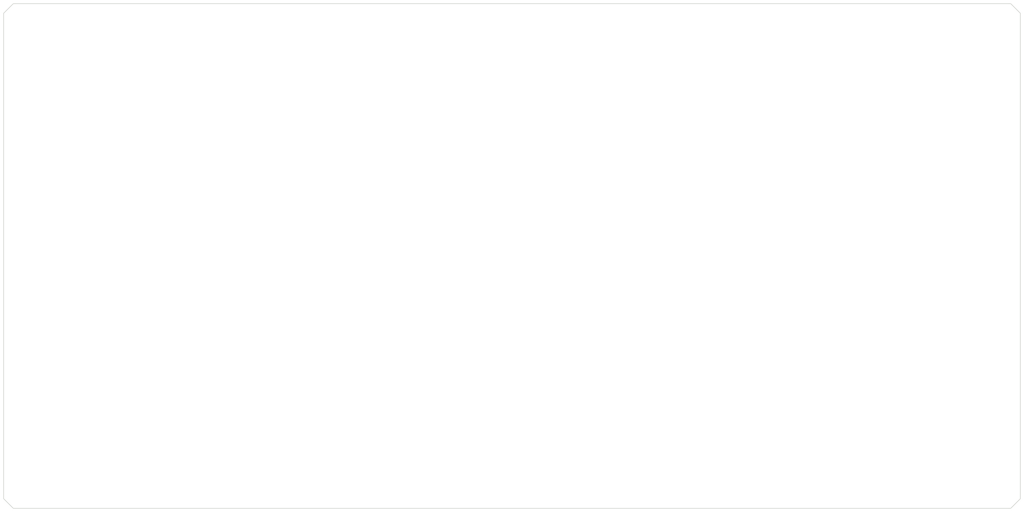
<source format=kicad_pcb>
(kicad_pcb (version 20211014) (generator pcbnew)

  (general
    (thickness 1.6062)
  )

  (paper "A4")
  (layers
    (0 "F.Cu" signal)
    (1 "In1.Cu" signal)
    (2 "In2.Cu" signal)
    (31 "B.Cu" signal)
    (32 "B.Adhes" user "B.Adhesive")
    (33 "F.Adhes" user "F.Adhesive")
    (34 "B.Paste" user)
    (35 "F.Paste" user)
    (36 "B.SilkS" user "B.Silkscreen")
    (37 "F.SilkS" user "F.Silkscreen")
    (38 "B.Mask" user)
    (39 "F.Mask" user)
    (40 "Dwgs.User" user "User.Drawings")
    (41 "Cmts.User" user "User.Comments")
    (42 "Eco1.User" user "User.Eco1")
    (43 "Eco2.User" user "User.Eco2")
    (44 "Edge.Cuts" user)
    (45 "Margin" user)
    (46 "B.CrtYd" user "B.Courtyard")
    (47 "F.CrtYd" user "F.Courtyard")
    (48 "B.Fab" user)
    (49 "F.Fab" user)
    (50 "User.1" user)
    (51 "User.2" user)
    (52 "User.3" user)
    (53 "User.4" user)
    (54 "User.5" user)
    (55 "User.6" user)
    (56 "User.7" user)
    (57 "User.8" user)
    (58 "User.9" user)
  )

  (setup
    (stackup
      (layer "F.SilkS" (type "Top Silk Screen") (color "White"))
      (layer "F.Paste" (type "Top Solder Paste"))
      (layer "F.Mask" (type "Top Solder Mask") (color "Black") (thickness 0.01))
      (layer "F.Cu" (type "copper") (thickness 0.035))
      (layer "dielectric 1" (type "prepreg") (thickness 0.2104) (material "FR4") (epsilon_r 4.5) (loss_tangent 0.02))
      (layer "In1.Cu" (type "copper") (thickness 0.0152))
      (layer "dielectric 2" (type "core") (thickness 1.065) (material "FR4") (epsilon_r 4.5) (loss_tangent 0.02))
      (layer "In2.Cu" (type "copper") (thickness 0.0152))
      (layer "dielectric 3" (type "prepreg") (thickness 0.2104) (material "FR4") (epsilon_r 4.5) (loss_tangent 0.02))
      (layer "B.Cu" (type "copper") (thickness 0.035))
      (layer "B.Mask" (type "Bottom Solder Mask") (color "Black") (thickness 0.01))
      (layer "B.Paste" (type "Bottom Solder Paste"))
      (layer "B.SilkS" (type "Bottom Silk Screen") (color "White"))
      (copper_finish "None")
      (dielectric_constraints no)
    )
    (pad_to_mask_clearance 0)
    (aux_axis_origin 66 51)
    (grid_origin 86 71)
    (pcbplotparams
      (layerselection 0x00010fc_ffffffff)
      (disableapertmacros false)
      (usegerberextensions false)
      (usegerberattributes true)
      (usegerberadvancedattributes true)
      (creategerberjobfile true)
      (svguseinch false)
      (svgprecision 6)
      (excludeedgelayer true)
      (plotframeref false)
      (viasonmask false)
      (mode 1)
      (useauxorigin false)
      (hpglpennumber 1)
      (hpglpenspeed 20)
      (hpglpendiameter 15.000000)
      (dxfpolygonmode true)
      (dxfimperialunits true)
      (dxfusepcbnewfont true)
      (psnegative false)
      (psa4output false)
      (plotreference true)
      (plotvalue true)
      (plotinvisibletext false)
      (sketchpadsonfab false)
      (subtractmaskfromsilk false)
      (outputformat 1)
      (mirror false)
      (drillshape 1)
      (scaleselection 1)
      (outputdirectory "")
    )
  )

  (net 0 "")

  (gr_poly
    (pts
      (xy 68 51.5)
      (xy 224 51.5)
      (xy 225.5 53)
      (xy 225.5 129)
      (xy 224 130.5)
      (xy 68 130.5)
      (xy 66.5 129)
      (xy 66.5 53)
    ) (layer "Edge.Cuts") (width 0.1) (fill none) (tstamp ae85af8d-0385-40e0-a15e-890a063431b3))
  (gr_circle (center 73.3 63.38) (end 73.3 62.11) (layer "User.1") (width 0.15) (fill none) (tstamp 002d9934-c8f6-4e33-bbc3-e9234f6189f4))
  (gr_circle (center 166 123.7) (end 167.27 123.7) (layer "User.1") (width 0.15) (fill none) (tstamp 00d6548b-f685-4350-901a-18ef19212317))
  (gr_circle (center 138.7 113.54) (end 138.7 112.27) (layer "User.1") (width 0.15) (fill none) (tstamp 01172916-eb70-42e1-9444-46e5c145e617))
  (gr_circle (center 98.7 76.08) (end 98.7 74.81) (layer "User.1") (width 0.15) (fill none) (tstamp 023e83de-af62-4d05-a9a3-fa97a16d3291))
  (gr_circle (center 211.08 83.7) (end 212.35 83.7) (layer "User.1") (width 0.15) (fill none) (tstamp 0259ff47-65c5-4996-9811-dfd0a949dfd5))
  (gr_circle (center 73.3 81.16) (end 73.3 79.89) (layer "User.1") (width 0.15) (fill none) (tstamp 028b0f3f-9b95-415f-9806-a2012f466759))
  (gr_circle (center 91.08 83.7) (end 92.35 83.7) (layer "User.1") (width 0.15) (fill none) (tstamp 04d8c0b9-fd28-4312-95c2-58e88c5ac9b0))
  (gr_circle (center 153.3 63.38) (end 153.3 62.11) (layer "User.1") (width 0.15) (fill none) (tstamp 058c4542-b4dc-4d61-a9ff-a04f45760538))
  (gr_circle (center 216.16 98.3) (end 217.43 98.3) (layer "User.1") (width 0.15) (fill none) (tstamp 075a190e-cc11-4ea4-9cd3-8a39beb0a22d))
  (gr_circle (center 93.62 58.3) (end 94.89 58.3) (layer "User.1") (width 0.15) (fill none) (tstamp 076857b1-b885-4a0b-8db3-60dcff1d111c))
  (gr_rect (start 97.43 82.43) (end 99.97 59.57) (layer "User.1") (width 0.15) (fill none) (tstamp 07b1ed44-9a28-4334-8e8d-8bd4b53f5e8d))
  (gr_circle (center 133.62 58.3) (end 134.89 58.3) (layer "User.1") (width 0.15) (fill none) (tstamp 0873b673-9097-4506-813d-6ca3318e0e49))
  (gr_circle (center 218.7 100.84) (end 218.7 99.57) (layer "User.1") (width 0.15) (fill none) (tstamp 0887480f-ad09-4278-9459-8c58a1d65e40))
  (gr_circle (center 198.38 123.7) (end 199.65 123.7) (layer "User.1") (width 0.15) (fill none) (tstamp 094a61d5-1a12-4377-afcb-4caf07a8b424))
  (gr_circle (center 86 58.3) (end 87.27 58.3) (layer "User.1") (width 0.15) (fill none) (tstamp 0a318eb1-a61a-42cf-b009-c5111886aae9))
  (gr_circle (center 193.3 68.46) (end 193.3 67.19) (layer "User.1") (width 0.15) (fill none) (tstamp 0c0583c7-ad62-48ce-8ed7-0f6fca4fd686))
  (gr_circle (center 158.38 58.3) (end 159.65 58.3) (layer "User.1") (width 0.15) (fill none) (tstamp 0cf8abe6-4767-407e-8920-8266baeb3500))
  (gr_circle (center 120.92 123.7) (end 122.19 123.7) (layer "User.1") (width 0.15) (fill none) (tstamp 0e5d600c-6800-4294-8e6b-983e0d0c69d0))
  (gr_circle (center 98.7 68.46) (end 98.7 67.19) (layer "User.1") (width 0.15) (fill none) (tstamp 0f080dfc-c990-4358-9955-cc56dfa127d9))
  (gr_circle (center 98.7 78.62) (end 98.7 77.35) (layer "User.1") (width 0.15) (fill none) (tstamp 0fa87829-a054-48e5-9f01-293522c3a902))
  (gr_circle (center 193.3 76.08) (end 193.3 74.81) (layer "User.1") (width 0.15) (fill none) (tstamp 102c6113-de2a-428d-83db-5002296c500f))
  (gr_rect (start 177.43 122.43) (end 179.97 99.57) (layer "User.1") (width 0.15) (fill none) (tstamp 1055b0a3-4a09-4036-96cf-f07d6f7bf261))
  (gr_circle (center 153.3 116.08) (end 153.3 114.81) (layer "User.1") (width 0.15) (fill none) (tstamp 10fbc2d8-aaf0-4a05-978c-caf191069b3b))
  (gr_circle (center 73.3 111) (end 73.3 109.73) (layer "User.1") (width 0.15) (fill none) (tstamp 119e8d9d-a4ca-47eb-835b-cd316fd1928d))
  (gr_circle (center 73.3 116.08) (end 73.3 114.81) (layer "User.1") (width 0.15) (fill none) (tstamp 12096cb6-5d9b-4b6f-a85f-2ec8b70264d1))
  (gr_circle (center 178.7 65.92) (end 178.7 64.65) (layer "User.1") (width 0.15) (fill none) (tstamp 12b4c51a-1595-459c-aead-fdcfdcf9661b))
  (gr_circle (center 153.3 103.38) (end 153.3 102.11) (layer "User.1") (width 0.15) (fill none) (tstamp 12bd8a5e-1ac3-4e37-86a4-116ccfce236e))
  (gr_circle (center 138.7 78.62) (end 138.7 77.35) (layer "User.1") (width 0.15) (fill none) (tstamp 12e018d9-bf61-4922-b537-5dce006701d6))
  (gr_circle (center 208.54 58.3) (end 209.81 58.3) (layer "User.1") (width 0.15) (fill none) (tstamp 12eb3935-7410-421a-a576-efc29cfabfb7))
  (gr_circle (center 86 83.7) (end 87.27 83.7) (layer "User.1") (width 0.15) (fill none) (tstamp 149e3321-4867-4c96-932a-aa4b94134f02))
  (gr_circle (center 113.3 76.08) (end 113.3 74.81) (layer "User.1") (width 0.15) (fill none) (tstamp 14bd52d6-d309-4c93-8a69-7bfa893c9fa4))
  (gr_rect (start 137.43 122.43) (end 139.97 99.57) (layer "User.1") (width 0.15) (fill none) (tstamp 15258117-e560-47f1-8139-c72cb8cf19fd))
  (gr_circle (center 138.7 81.16) (end 138.7 79.89) (layer "User.1") (width 0.15) (fill none) (tstamp 189dd023-7623-4c5f-a5a7-0c32df952be6))
  (gr_rect (start 74.57 97.03) (end 97.43 99.57) (layer "User.1") (width 0.15) (fill none) (tstamp 1945b690-dab4-4288-95f6-fadde70696a1))
  (gr_rect (start 194.57 122.43) (end 217.43 124.97) (layer "User.1") (width 0.15) (fill none) (tstamp 1b5d874c-0c76-44be-8806-5af4cd4b7892))
  (gr_rect (start 217.43 122.43) (end 219.97 99.57) (layer "User.1") (width 0.15) (fill none) (tstamp 1bee7079-fbf8-4378-8b8e-5f32f6639f07))
  (gr_circle (center 98.7 65.92) (end 98.7 64.65) (layer "User.1") (width 0.15) (fill none) (tstamp 1cce4635-2dc7-4081-841c-9950002cf8f4))
  (gr_circle (center 216.16 83.7) (end 217.43 83.7) (layer "User.1") (width 0.15) (fill none) (tstamp 1d631efe-8c7e-4943-83e2-21bb3843a3b9))
  (gr_circle (center 78.38 83.7) (end 79.65 83.7) (layer "User.1") (width 0.15) (fill none) (tstamp 2078dde6-d398-4942-9624-11a7540c015e))
  (gr_circle (center 218.7 76.08) (end 218.7 74.81) (layer "User.1") (width 0.15) (fill none) (tstamp 221e9ac4-f0d5-47cd-a3f5-fe97a540b037))
  (gr_circle (center 193.3 111) (end 193.3 109.73) (layer "User.1") (width 0.15) (fill none) (tstamp 2264e82c-e6f9-46d3-8a3a-4fd8c778522e))
  (gr_circle (center 193.3 73.54) (end 193.3 72.27) (layer "User.1") (width 0.15) (fill none) (tstamp 232bf9cb-4d2b-4f26-b837-07c55e6d6ead))
  (gr_circle (center 155.84 58.3) (end 157.11 58.3) (layer "User.1") (width 0.15) (fill none) (tstamp 233a2849-c67a-4e89-8614-c46bebcf2a5c))
  (gr_circle (center 166 58.3) (end 167.27 58.3) (layer "User.1") (width 0.15) (fill none) (tstamp 24ca4f5b-7791-4df7-95ac-bee026e9115e))
  (gr_circle (center 73.3 121.16) (end 73.3 119.89) (layer "User.1") (width 0.15) (fill none) (tstamp 2793c4ae-4907-429e-8fcc-0758b17a707b))
  (gr_circle (center 98.7 81.16) (end 98.7 79.89) (layer "User.1") (width 0.15) (fill none) (tstamp 2876169e-b1c0-4fe0-9f2f-692cd4336b6b))
  (gr_circle (center 128.54 58.3) (end 129.81 58.3) (layer "User.1") (width 0.15) (fill none) (tstamp 28c33219-826f-4fd0-9590-41c461014511))
  (gr_circle (center 166 83.7) (end 167.27 83.7) (layer "User.1") (width 0.15) (fill none) (tstamp 29935db6-936f-4f5b-aa24-66242412e2fe))
  (gr_circle (center 153.3 71) (end 153.3 69.73) (layer "User.1") (width 0.15) (fill none) (tstamp 2ce03b35-aa00-4312-ab8c-311f096f680d))
  (gr_circle (center 200.92 98.3) (end 202.19 98.3) (layer "User.1") (width 0.15) (fill none) (tstamp 2d178c90-ea47-4fd6-b30f-76a895a4b02f))
  (gr_circle (center 218.7 81.16) (end 218.7 79.89) (layer "User.1") (width 0.15) (fill none) (tstamp 2db9490d-0287-4d67-9f9b-f05ec32c3e98))
  (gr_circle (center 138.7 105.92) (end 138.7 104.65) (layer "User.1") (width 0.15) (fill none) (tstamp 2f9d9df0-725c-49a5-b811-7d09e4ae37e1))
  (gr_circle (center 126 58.3) (end 127.27 58.3) (layer "User.1") (width 0.15) (fill none) (tstamp 2fe549bb-e336-4a99-90af-7f353278cd75))
  (gr_circle (center 131.08 98.3) (end 132.35 98.3) (layer "User.1") (width 0.15) (fill none) (tstamp 30bdca75-fb85-4a24-a429-c9dad415456d))
  (gr_rect (start 112.03 122.43) (end 114.57 99.57) (layer "User.1") (width 0.15) (fill none) (tstamp 312c3212-f090-4baf-8576-2ddb2a483688))
  (gr_circle (center 155.84 98.3) (end 157.11 98.3) (layer "User.1") (width 0.15) (fill none) (tstamp 313e6967-3860-46e6-a5e2-4eccc7f23600))
  (gr_circle (center 153.3 100.84) (end 153.3 99.57) (layer "User.1") (width 0.15) (fill none) (tstamp 31806b42-8ecc-480a-a117-1f4a471108fa))
  (gr_circle (center 138.7 111) (end 138.7 109.73) (layer "User.1") (width 0.15) (fill none) (tstamp 31f6579f-88fe-4003-9a56-9e21ee0e1bba))
  (gr_circle (center 83.46 98.3) (end 84.73 98.3) (layer "User.1") (width 0.15) (fill none) (tstamp 3363d354-8dcf-407a-941a-60094548a9c2))
  (gr_circle (center 83.46 123.7) (end 84.73 123.7) (layer "User.1") (width 0.15) (fill none) (tstamp 339f0b7c-c062-4926-be2e-2570958bf5e5))
  (gr_circle (center 98.7 111) (end 98.7 109.73) (layer "User.1") (width 0.15) (fill none) (tstamp 3506455e-4f1f-4974-9c1e-a42dba859260))
  (gr_circle (center 78.38 98.3) (end 79.65 98.3) (layer "User.1") (width 0.15) (fill none) (tstamp 35cacf84-4165-42ba-9a6a-eda4ae976c01))
  (gr_circle (center 93.62 123.7) (end 94.89 123.7) (layer "User.1") (width 0.15) (fill none) (tstamp 3637c30a-4bdf-4495-a037-2bb17cd070e5))
  (gr_circle (center 176.16 123.7) (end 177.43 123.7) (layer "User.1") (width 0.15) (fill none) (tstamp 36722549-0cda-46b9-8f33-a444cf18c9a3))
  (gr_circle (center 158.38 123.7) (end 159.65 123.7) (layer "User.1") (width 0.15) (fill none) (tstamp 3880a273-eda1-4a1c-8e65-0e074ecec0ad))
  (gr_circle (center 178.7 111) (end 178.7 109.73) (layer "User.1") (width 0.15) (fill none) (tstamp 394a0845-0da3-4cb8-a4af-80539d491a52))
  (gr_circle (center 96.16 123.7) (end 97.43 123.7) (layer "User.1") (width 0.15) (fill none) (tstamp 3cafe70c-4aff-4e3a-899c-236dc544356b))
  (gr_circle (center 123.46 58.3) (end 124.73 58.3) (layer "User.1") (width 0.15) (fill none) (tstamp 3deef85d-fad1-4f10-9e7f-5cfbae98b510))
  (gr_circle (center 168.54 83.7) (end 169.81 83.7) (layer "User.1") (width 0.15) (fill none) (tstamp 3e5fb51f-9d3e-48e1-a529-6a22344781b6))
  (gr_circle (center 213.62 83.7) (end 214.89 83.7) (layer "User.1") (width 0.15) (fill none) (tstamp 41cb5522-ee0e-4116-9bf1-6b5fb66451db))
  (gr_circle (center 195.84 123.7) (end 197.11 123.7) (layer "User.1") (width 0.15) (fill none) (tstamp 42953cb4-a67b-4f53-b148-44d4e3e4dcbe))
  (gr_rect (start 114.57 122.43) (end 137.43 124.97) (layer "User.1") (width 0.15) (fill none) (tstamp 429bec52-64ac-43aa-8bdb-52051934b547))
  (gr_circle (center 198.38 83.7) (end 199.65 83.7) (layer "User.1") (width 0.15) (fill none) (tstamp 42dda1c5-3d2d-4f88-994a-e9080338e067))
  (gr_circle (center 193.3 63.38) (end 193.3 62.11) (layer "User.1") (width 0.15) (fill none) (tstamp 440df216-e249-4407-a697-c3dc63827400))
  (gr_rect (start 152.03 82.43) (end 154.57 59.57) (layer "User.1") (width 0.15) (fill none) (tstamp 44aae05b-77df-4bab-a2f5-a7b2dd8f386a))
  (gr_circle (center 75.84 58.3) (end 77.11 58.3) (layer "User.1") (width 0.15) (fill none) (tstamp 44fa9f65-2477-41eb-bd00-685a78d765d1))
  (gr_circle (center 80.92 123.7) (end 82.19 123.7) (layer "User.1") (width 0.15) (fill none) (tstamp 46571a6e-98e6-4e57-bc8b-a9d15690ed94))
  (gr_rect (start 194.57 97.03) (end 217.43 99.57) (layer "User.1") (width 0.15) (fill none) (tstamp 46b75400-1bc7-4c97-91d3-617c206b8915))
  (gr_circle (center 160.92 123.7) (end 162.19 123.7) (layer "User.1") (width 0.15) (fill none) (tstamp 470d3348-a2a3-48d9-896d-8c8a54b1cafd))
  (gr_circle (center 113.3 68.46) (end 113.3 67.19) (layer "User.1") (width 0.15) (fill none) (tstamp 47116c51-9801-4cab-9da9-ac747247fb6d))
  (gr_circle (center 128.54 83.7) (end 129.81 83.7) (layer "User.1") (width 0.15) (fill none) (tstamp 47b3f2ba-7e52-41a0-909e-fa9af0f32383))
  (gr_circle (center 178.7 113.54) (end 178.7 112.27) (layer "User.1") (width 0.15) (fill none) (tstamp 47f4adc4-e20f-439b-b130-adbdeeb04ba6))
  (gr_circle (center 211.08 123.7) (end 212.35 123.7) (layer "User.1") (width 0.15) (fill none) (tstamp 4ab81b19-ba8f-4b8c-8701-693c6e45bc03))
  (gr_circle (center 98.7 71) (end 98.7 69.73) (layer "User.1") (width 0.15) (fill none) (tstamp 4bbf8134-0015-49ac-9a22-521d8c5dcfe2))
  (gr_circle (center 218.7 60.84) (end 218.7 59.57) (layer "User.1") (width 0.15) (fill none) (tstamp 4db39c33-6c29-429d-8982-766b7dc8f951))
  (gr_circle (center 216.16 123.7) (end 217.43 123.7) (layer "User.1") (width 0.15) (fill none) (tstamp 4e30ef31-e093-4790-a65b-a059a002b811))
  (gr_circle (center 198.38 98.3) (end 199.65 98.3) (layer "User.1") (width 0.15) (fill none) (tstamp 4ffa1a18-2a64-47c3-996d-7fee76487c10))
  (gr_circle (center 178.7 108.46) (end 178.7 107.19) (layer "User.1") (width 0.15) (fill none) (tstamp 50a39161-3e4b-4fd9-816e-20d2fe4b81fb))
  (gr_circle (center 208.54 98.3) (end 209.81 98.3) (layer "User.1") (width 0.15) (fill none) (tstamp 50f3a1a2-7e94-491d-ad4e-96f131e5762e))
  (gr_circle (center 218.7 78.62) (end 218.7 77.35) (layer "User.1") (width 0.15) (fill none) (tstamp 51854fba-064c-4c69-ba8e-787483c0a14a))
  (gr_circle (center 96.16 98.3) (end 97.43 98.3) (layer "User.1") (width 0.15) (fill none) (tstamp 51c59aba-2927-4307-8ab4-eae64a459177))
  (gr_circle (center 98.7 108.46) (end 98.7 107.19) (layer "User.1") (width 0.15) (fill none) (tstamp 51fb23a2-3c9b-4b44-a076-f60d2ba7320d))
  (gr_circle (center 193.3 71) (end 193.3 69.73) (layer "User.1") (width 0.15) (fill none) (tstamp 52ed27ad-4dad-4295-aa3f-2cfc697b754e))
  (gr_circle (center 193.3 60.84) (end 193.3 59.57) (layer "User.1") (width 0.15) (fill none) (tstamp 5370bea5-a7ae-42e2-88b5-97a831d2b7d7))
  (gr_rect (start 192.03 82.43) (end 194.57 59.57) (layer "User.1") (width 0.15) (fill none) (tstamp 539134b0-e5ce-4c33-abc3-e24462e52f6f))
  (gr_circle (center 193.3 118.62) (end 193.3 117.35) (layer "User.1") (width 0.15) (fill none) (tstamp 549aba98-af93-4cc3-a21b-6e6b0f3d6b1b))
  (gr_circle (center 113.3 111) (end 113.3 109.73) (layer "User.1") (width 0.15) (fill none) (tstamp 55cf70bb-feef-4309-874b-6fbb13f84bce))
  (gr_circle (center 195.84 58.3) (end 197.11 58.3) (layer "User.1") (width 0.15) (fill none) (tstamp 5617ae44-7710-4110-81be-10d40662cde6))
  (gr_circle (center 193.3 108.46) (end 193.3 107.19) (layer "User.1") (width 0.15) (fill none) (tstamp 56fc3f7e-5752-4918-9704-6473ea31be7e))
  (gr_rect (start 114.57 57.03) (end 137.43 59.57) (layer "User.1") (width 0.15) (fill none) (tstamp 59468208-a8c6-49bb-b813-59e516079a92))
  (gr_circle (center 98.7 63.38) (end 98.7 62.11) (layer "User.1") (width 0.15) (fill none) (tstamp 5badb200-b537-4b1f-bcd7-e268c39a42cb))
  (gr_circle (center 171.08 98.3) (end 172.35 98.3) (layer "User.1") (width 0.15) (fill none) (tstamp 5c3278b8-6482-4973-96c1-e669541e9cf7))
  (gr_circle (center 131.08 58.3) (end 132.35 58.3) (layer "User.1") (width 0.15) (fill none) (tstamp 5cd3e572-1eeb-4d99-8828-5f85ee86778a))
  (gr_circle (center 86 98.3) (end 87.27 98.3) (layer "User.1") (width 0.15) (fill none) (tstamp 5ced23ea-bd31-4fd3-92da-3f7c9883b9de))
  (gr_circle (center 153.3 113.54) (end 153.3 112.27) (layer "User.1") (width 0.15) (fill none) (tstamp 5d0aefd4-3db9-4b98-a051-0b18c036394b))
  (gr_circle (center 218.7 113.54) (end 218.7 112.27) (layer "User.1") (width 0.15) (fill none) (tstamp 5d2fe0cb-c2c3-4e4a-b536-59708b056f2b))
  (gr_circle (center 133.62 98.3) (end 134.89 98.3) (layer "User.1") (width 0.15) (fill none) (tstamp 5dc17b47-c70a-40c4-b6a5-3e6c64c0babd))
  (gr_circle (center 138.7 73.54) (end 138.7 72.27) (layer "User.1") (width 0.15) (fill none) (tstamp 5e003c17-ddd0-4a84-bae4-115dbec842dd))
  (gr_rect (start 194.57 82.43) (end 217.43 84.97) (layer "User.1") (width 0.15) (fill none) (tstamp 5e151dc0-4c72-44f1-a9e1-c06e852e5018))
  (gr_circle (center 195.84 98.3) (end 197.11 98.3) (layer "User.1") (width 0.15) (fill none) (tstamp 5e2981e3-8b5b-48b8-833c-5237b4adbaba))
  (gr_circle (center 73.3 65.92) (end 73.3 64.65) (layer "User.1") (width 0.15) (fill none) (tstamp 5ece3abc-14df-4e17-aea3-74d7874b2172))
  (gr_circle (center 216.16 58.3) (end 217.43 58.3) (layer "User.1") (width 0.15) (fill none) (tstamp 5ff492e9-0b40-4201-bbb5-ebcb47af2f3b))
  (gr_circle (center 113.3 105.92) (end 113.3 104.65) (layer "User.1") (width 0.15) (fill none) (tstamp 6064df11-394b-4a87-8764-12a5e77c00bf))
  (gr_circle (center 153.3 68.46) (end 153.3 67.19) (layer "User.1") (width 0.15) (fill none) (tstamp 607ae340-d1d7-4a9e-a095-fe8321790b35))
  (gr_circle (center 113.3 81.16) (end 113.3 79.89) (layer "User.1") (width 0.15) (fill none) (tstamp 61c0299f-496b-40f6-bb2e-f17cb3e660a6))
  (gr_circle (center 198.38 58.3) (end 199.65 58.3) (layer "User.1") (width 0.15) (fill none) (tstamp 625b5440-f541-45ba-bd71-3bc5594af0d9))
  (gr_rect (start 72.03 122.43) (end 74.57 99.57) (layer "User.1") (width 0.15) (fill none) (tstamp 63b29543-d6f3-48d6-bb8a-1958f54bbf3e))
  (gr_circle (center 153.3 111) (end 153.3 109.73) (layer "User.1") (width 0.15) (fill none) (tstamp 647ff6e7-94c8-4196-9340-6c61a819d4ad))
  (gr_circle (center 115.84 98.3) (end 117.11 98.3) (layer "User.1") (width 0.15) (fill none) (tstamp 64897e10-68f6-47c7-aa80-21cce1b16349))
  (gr_circle (center 193.3 100.84) (end 193.3 99.57) (layer "User.1") (width 0.15) (fill none) (tstamp 64ab0326-bf7e-478b-a59b-3ecd4cac9bad))
  (gr_circle (center 213.62 58.3) (end 214.89 58.3) (layer "User.1") (width 0.15) (fill none) (tstamp 64ae08ad-06f1-4d67-a461-6ae28ff358f9))
  (gr_circle (center 75.84 123.7) (end 77.11 123.7) (layer "User.1") (width 0.15) (fill none) (tstamp 6608ec98-c5ff-4a97-8aee-ee3e20056536))
  (gr_circle (center 113.3 118.62) (end 113.3 117.35) (layer "User.1") (width 0.15) (fill none) (tstamp 66687e6c-29c4-4f62-9280-efc953da4279))
  (gr_circle (center 178.7 118.62) (end 178.7 117.35) (layer "User.1") (width 0.15) (fill none) (tstamp 674c49a2-f1c9-46df-a794-fe9bc913c142))
  (gr_circle (center 113.3 60.84) (end 113.3 59.57) (layer "User.1") (width 0.15) (fill none) (tstamp 67529e39-5a12-4e4d-a26f-6caef6e3d224))
  (gr_circle (center 206 58.3) (end 207.27 58.3) (layer "User.1") (width 0.15) (fill none) (tstamp 68251a2c-a224-466f-a394-3320c18461d8))
  (gr_circle (center 113.3 100.84) (end 113.3 99.57) (layer "User.1") (width 0.15) (fill none) (tstamp 68c73515-57e5-4e61-a503-043d8382f826))
  (gr_circle (center 88.54 83.7) (end 89.81 83.7) (layer "User.1") (width 0.15) (fill none) (tstamp 68da07ad-f184-46b8-81b5-0ab2e762cfa2))
  (gr_rect (start 112.03 82.43) (end 114.57 59.57) (layer "User.1") (width 0.15) (fill none) (tstamp 6a596e6a-3010-4e40-ac7c-b86783cab220))
  (gr_circle (center 98.7 121.16) (end 98.7 119.89) (layer "User.1") (width 0.15) (fill none) (tstamp 6abd9314-8c64-4e46-aef8-7cc5d3209765))
  (gr_circle (center 211.08 98.3) (end 212.35 98.3) (layer "User.1") (width 0.15) (fill none) (tstamp 6af6abef-54ae-4087-80d4-b8d49e8dcad2))
  (gr_circle (center 80.92 58.3) (end 82.19 58.3) (layer "User.1") (width 0.15) (fill none) (tstamp 6affb22c-39ed-426b-b47f-6b5673049261))
  (gr_circle (center 195.84 83.7) (end 197.11 83.7) (layer "User.1") (width 0.15) (fill none) (tstamp 6b8dcce9-e2dd-40fc-9a2f-c34566de052f))
  (gr_circle (center 73.3 76.08) (end 73.3 74.81) (layer "User.1") (width 0.15) (fill none) (tstamp 6cbe0dbf-de1b-4f78-a3bd-0e61028b2bd0))
  (gr_circle (center 218.7 118.62) (end 218.7 117.35) (layer "User.1") (width 0.15) (fill none) (tstamp 6d1d0847-af66-4253-9832-000b7367e811))
  (gr_circle (center 113.3 103.38) (end 113.3 102.11) (layer "User.1") (width 0.15) (fill none) (tstamp 6e71a2eb-65e4-4e39-81f2-7023936da32e))
  (gr_circle (center 73.3 108.46) (end 73.3 107.19) (layer "User.1") (width 0.15) (fill none) (tstamp 6f1189b0-a6c4-4f59-9c5c-eab0ab9c6498))
  (gr_circle (center 178.7 100.84) (end 178.7 99.57) (layer "User.1") (width 0.15) (fill none) (tstamp 6f123996-70b5-456e-a344-d0d6691691f2))
  (gr_circle (center 126 123.7) (end 127.27 123.7) (layer "User.1") (width 0.15) (fill none) (tstamp 717bff53-5481-4000-a94a-9729eb8ebd9c))
  (gr_circle (center 153.3 76.08) (end 153.3 74.81) (layer "User.1") (width 0.15) (fill none) (tstamp 743c06d7-398a-4243-a619-06e1708ae533))
  (gr_rect (start 217.43 82.43) (end 219.97 59.57) (layer "User.1") (width 0.15) (fill none) (tstamp 749ce235-01a4-44e0-a037-25b23b3fc72c))
  (gr_circle (center 73.3 73.54) (end 73.3 72.27) (layer "User.1") (width 0.15) (fill none) (tstamp 7535a7f5-e263-48a8-9037-6f2fa1d8af9c))
  (gr_circle (center 178.7 71) (end 178.7 69.73) (layer "User.1") (width 0.15) (fill none) (tstamp 75411be5-49dd-4001-82e1-37225580afdf))
  (gr_rect (start 194.57 57.03) (end 217.43 59.57) (layer "User.1") (width 0.15) (fill none) (tstamp 75880152-d170-4b11-ab79-36fa0b948fda))
  (gr_circle (center 98.7 60.84) (end 98.7 59.57) (layer "User.1") (width 0.15) (fill none) (tstamp 7935eebc-b9ea-4d3b-8779-d785a97d723c))
  (gr_circle (center 115.84 83.7) (end 117.11 83.7) (layer "User.1") (width 0.15) (fill none) (tstamp 79b6caba-8a35-48dd-9a5c-ba2da95d0548))
  (gr_circle (center 113.3 73.54) (end 113.3 72.27) (layer "User.1") (width 0.15) (fill none) (tstamp 7a3606ba-1923-457e-9c03-bf8496c6cae2))
  (gr_circle (center 123.46 98.3) (end 124.73 98.3) (layer "User.1") (width 0.15) (fill none) (tstamp 7be612b8-bbba-42a0-baeb-6a48dbb52571))
  (gr_rect (start 74.57 57.03) (end 97.43 59.57) (layer "User.1") (width 0.15) (fill none) (tstamp 7cb26442-f4ad-44e3-9b68-d4cce9e4f608))
  (gr_circle (center 120.92 58.3) (end 122.19 58.3) (layer "User.1") (width 0.15) (fill none) (tstamp 7fbc182b-8fb1-403c-bcae-f8241d9794bc))
  (gr_circle (center 136.16 83.7) (end 137.43 83.7) (layer "User.1") (width 0.15) (fill none) (tstamp 802c0dfc-f3fc-43cd-9058-5961cd2c1d81))
  (gr_circle (center 128.54 98.3) (end 129.81 98.3) (layer "User.1") (width 0.15) (fill none) (tstamp 837e80c1-5238-4b77-bd41-8ddf88e243a0))
  (gr_circle (center 171.08 83.7) (end 172.35 83.7) (layer "User.1") (width 0.15) (fill none) (tstamp 838b4c7f-b6ed-4108-a677-154fce239ecf))
  (gr_rect (start 192.03 122.43) (end 194.57 99.57) (layer "User.1") (width 0.15) (fill none) (tstamp 8425746a-18bc-4fa8-808d-19ce6c6e67df))
  (gr_circle (center 98.7 100.84) (end 98.7 99.57) (layer "User.1") (width 0.15) (fill none) (tstamp 846afff1-ed4b-4d76-923f-151363db4f3b))
  (gr_circle (center 133.62 123.7) (end 134.89 123.7) (layer "User.1") (width 0.15) (fill none) (tstamp 8485fe21-439b-4daa-a90c-5a541c71a037))
  (gr_circle (center 123.46 83.7) (end 124.73 83.7) (layer "User.1") (width 0.15) (fill none) (tstamp 84e55b9b-4af5-4ccf-a2e4-9b42fb387324))
  (gr_circle (center 178.7 76.08) (end 178.7 74.81) (layer "User.1") (width 0.15) (fill none) (tstamp 85931701-aafb-4595-9341-41ea055bfbf8))
  (gr_circle (center 113.3 116.08) (end 113.3 114.81) (layer "User.1") (width 0.15) (fill none) (tstamp 862bab66-e2c9-4c5b-8c2d-8ca9290c1f9a))
  (gr_circle (center 153.3 60.84) (end 153.3 59.57) (layer "User.1") (width 0.15) (fill none) (tstamp 865e6975-f053-4535-8deb-d426b16e54c8))
  (gr_circle (center 166 98.3) (end 167.27 98.3) (layer "User.1") (width 0.15) (fill none) (tstamp 87f53618-d0e3-4208-b839-c57465a4ff20))
  (gr_circle (center 218.7 68.46) (end 218.7 67.19) (layer "User.1") (width 0.15) (fill none) (tstamp 89778500-a704-4310-9c5e-e2c3e9044422))
  (gr_rect (start 154.57 57.03) (end 177.43 59.57) (layer "User.1") (width 0.15) (fill none) (tstamp 8a8698f5-9eef-469b-8024-9ec7522e1edf))
  (gr_circle (center 153.3 78.62) (end 153.3 77.35) (layer "User.1") (width 0.15) (fill none) (tstamp 8a9ab13b-6332-4b41-b4fa-d0941722e1ca))
  (gr_circle (center 193.3 78.62) (end 193.3 77.35) (layer "User.1") (width 0.15) (fill none) (tstamp 8d6d34ae-8aaf-4299-89ce-8667fae054ae))
  (gr_circle (center 193.3 113.54) (end 193.3 112.27) (layer "User.1") (width 0.15) (fill none) (tstamp 8df23306-55b1-4fe7-84f4-ec9c442a3cae))
  (gr_circle (center 158.38 98.3) (end 159.65 98.3) (layer "User.1") (width 0.15) (fill none) (tstamp 8f2bb1ee-428f-4b33-b072-6a8fc22e7907))
  (gr_rect (start 154.57 122.43) (end 177.43 124.97) (layer "User.1") (width 0.15) (fill none) (tstamp 8f2df184-ca20-4330-bd14-9eac0edcfb9a))
  (gr_circle (center 208.54 123.7) (end 209.81 123.7) (layer "User.1") (width 0.15) (fill none) (tstamp 8f79d302-fdaa-4b00-8261-ab8ee79791db))
  (gr_circle (center 153.3 73.54) (end 153.3 72.27) (layer "User.1") (width 0.15) (fill none) (tstamp 8ff70e53-1d41-4f58-8d9b-9e8cbb9394fc))
  (gr_circle (center 203.46 98.3) (end 204.73 98.3) (layer "User.1") (width 0.15) (fill none) (tstamp 90843af9-148b-4734-bc72-25a164114573))
  (gr_circle (center 98.7 113.54) (end 98.7 112.27) (layer "User.1") (width 0.15) (fill none) (tstamp 917584ee-1518-4dab-8e28-3e592983189a))
  (gr_circle (center 153.3 108.46) (end 153.3 107.19) (layer "User.1") (width 0.15) (fill none) (tstamp 91d07472-8676-4c79-803a-cd31354a4e5a))
  (gr_circle (center 173.62 98.3) (end 174.89 98.3) (layer "User.1") (width 0.15) (fill none) (tstamp 925bc915-0e3a-4741-b118-729098254b16))
  (gr_circle (center 178.7 116.08) (end 178.7 114.81) (layer "User.1") (width 0.15) (fill none) (tstamp 932ad6a5-8b9a-475b-a64b-61865f9d0e1e))
  (gr_circle (center 208.54 83.7) (end 209.81 83.7) (layer "User.1") (width 0.15) (fill none) (tstamp 939c6909-ff38-41ca-af5b-c18ee8c99a27))
  (gr_circle (center 138.7 118.62) (end 138.7 117.35) (layer "User.1") (width 0.15) (fill none) (tstamp 944dc56b-3db5-4027-9166-9a1f40c40fe9))
  (gr_circle (center 138.7 100.84) (end 138.7 99.57) (layer "User.1") (width 0.15) (fill none) (tstamp 94c70733-00b5-4cbd-92f2-408764ba5b58))
  (gr_circle (center 73.3 103.38) (end 73.3 102.11) (layer "User.1") (width 0.15) (fill none) (tstamp 959532b4-5884-49fd-92fc-72760096cbd5))
  (gr_circle (center 213.62 123.7) (end 214.89 123.7) (layer "User.1") (width 0.15) (fill none) (tstamp 95fa7b83-093c-459c-98b0-8aba78fccb3d))
  (gr_circle (center 203.46 58.3) (end 204.73 58.3) (layer "User.1") (width 0.15) (fill none) (tstamp 96d4f8aa-9897-4d37-bce2-919a7129a604))
  (gr_circle (center 193.3 103.38) (end 193.3 102.11) (layer "User.1") (width 0.15) (fill none) (tstamp 9817ea87-4304-46dc-91b9-b475e1d64efc))
  (gr_circle (center 96.16 83.7) (end 97.43 83.7) (layer "User.1") (width 0.15) (fill none) (tstamp 9be582bc-40ea-4803-bfa0-585998db1641))
  (gr_circle (center 73.3 118.62) (end 73.3 117.35) (layer "User.1") (width 0.15) (fill none) (tstamp 9d2ccf16-945d-4eea-8e80-d8905012af5d))
  (gr_circle (center 193.3 116.08) (end 193.3 114.81) (layer "User.1") (width 0.15) (fill none) (tstamp 9d9e82f5-a231-4169-803c-0e317b79edbe))
  (gr_circle (center 163.46 83.7) (end 164.73 83.7) (layer "User.1") (width 0.15) (fill none) (tstamp 9e6f6d5b-2aee-4d3a-bc54-d242807adace))
  (gr_circle (center 96.16 58.3) (end 97.43 58.3) (layer "User.1") (width 0.15) (fill none) (tstamp 9e8812a0-35e6-4a8e-8963-f33111361433))
  (gr_circle (center 218.7 63.38) (end 218.7 62.11) (layer "User.1") (width 0.15) (fill none) (tstamp 9f79ebf7-56bf-402b-85e5-a46c7b786d82))
  (gr_circle (center 206 98.3) (end 207.27 98.3) (layer "User.1") (width 0.15) (fill none) (tstamp 9f7eadb7-348b-421d-a063-c9bbb9add0de))
  (gr_circle (center 120.92 98.3) (end 122.19 98.3) (layer "User.1") (width 0.15) (fill none) (tstamp a02b2d72-1907-41f2-b35c-6b594d1f1621))
  (gr_circle (center 118.38 58.3) (end 119.65 58.3) (layer "User.1") (width 0.15) (fill none) (tstamp a061e8e2-eb5d-46dc-a23f-f672eafd5cd1))
  (gr_circle (center 115.84 58.3) (end 117.11 58.3) (layer "User.1") (width 0.15) (fill none) (tstamp a1c9adc6-d71d-4f68-a4bf-54d2cf1fa191))
  (gr_circle (center 133.62 83.7) (end 134.89 83.7) (layer "User.1") (width 0.15) (fill none) (tstamp a5636ac6-7fb6-4d6d-87ad-69ed9a9c0cdc))
  (gr_circle (center 118.38 83.7) (end 119.65 83.7) (layer "User.1") (width 0.15) (fill none) (tstamp a5d9562d-2855-4df2-85ce-a6c70ea08f7b))
  (gr_circle (center 200.92 58.3) (end 202.19 58.3) (layer "User.1") (width 0.15) (fill none) (tstamp a6387e07-22be-4201-9515-7bbfce7ea109))
  (gr_circle (center 113.3 78.62) (end 113.3 77.35) (layer "User.1") (width 0.15) (fill none) (tstamp a74125fb-a09b-4553-883a-78266b2716c0))
  (gr_circle (center 75.84 98.3) (end 77.11 98.3) (layer "User.1") (width 0.15) (fill none) (tstamp a82a60a3-20d1-49ff-ab0c-6b451384e461))
  (gr_circle (center 98.7 73.54) (end 98.7 72.27) (layer "User.1") (width 0.15) (fill none) (tstamp a873b4ec-14ed-4f61-bb24-0bdc2f47ccc2))
  (gr_circle (center 126 98.3) (end 127.27 98.3) (layer "User.1") (width 0.15) (fill none) (tstamp a8c5c490-efb9-49a1-bae4-9fa9150c80cf))
  (gr_circle (center 218.7 111) (end 218.7 109.73) (layer "User.1") (width 0.15) (fill none) (tstamp a8d6b616-d505-429b-a319-582b8da8fbcb))
  (gr_rect (start 154.57 97.03) (end 177.43 99.57) (layer "User.1") (width 0.15) (fill none) (tstamp a9c9d940-7772-4277-b9ad-29d514d50d8c))
  (gr_circle (center 73.3 100.84) (end 73.3 99.57) (layer "User.1") (width 0.15) (fill none) (tstamp a9e019b9-1626-4aa4-9a50-0eda6f3d292f))
  (gr_circle (center 218.7 65.92) (end 218.7 64.65) (layer "User.1") (width 0.15) (fill none) (tstamp acad3394-9c59-4a62-b373-ea087578fca1))
  (gr_circle (center 153.3 81.16) (end 153.3 79.89) (layer "User.1") (width 0.15) (fill none) (tstamp aecce269-3dbd-4d3e-8b8d-069da310ffe0))
  (gr_circle (center 91.08 123.7) (end 92.35 123.7) (layer "User.1") (width 0.15) (fill none) (tstamp b07bef06-9928-4a19-b035-682c88e8d4b6))
  (gr_circle (center 178.7 103.38) (end 178.7 102.11) (layer "User.1") (width 0.15) (fill none) (tstamp b09ae826-2166-48a3-a79e-5f6ae14ddd22))
  (gr_circle (center 115.84 123.7) (end 117.11 123.7) (layer "User.1") (width 0.15) (fill none) (tstamp b27f35da-f26b-4415-8683-6922503e6183))
  (gr_circle (center 178.7 78.62) (end 178.7 77.35) (layer "User.1") (width 0.15) (fill none) (tstamp b28a7231-1dbc-4231-b4bb-f4b53c6c7838))
  (gr_circle (center 138.7 108.46) (end 138.7 107.19) (layer "User.1") (width 0.15) (fill none) (tstamp b2aa94ea-c6c8-422e-a72d-5223bc237564))
  (gr_rect (start 114.57 82.43) (end 137.43 84.97) (layer "User.1") (width 0.15) (fill none) (tstamp b329685d-d519-41c0-9aa7-5f33635e6336))
  (gr_circle (center 80.92 98.3) (end 82.19 98.3) (layer "User.1") (width 0.15) (fill none) (tstamp b40332b2-98bf-4e99-a8b1-a08559462f72))
  (gr_circle (center 168.54 98.3) (end 169.81 98.3) (layer "User.1") (width 0.15) (fill none) (tstamp b518acbb-f8eb-4f23-9990-481510aa1a07))
  (gr_circle (center 131.08 83.7) (end 132.35 83.7) (layer "User.1") (width 0.15) (fill none) (tstamp b5d062f2-25bf-42d3-a7dc-35d1daa3703b))
  (gr_circle (center 193.3 121.16) (end 193.3 119.89) (layer "User.1") (width 0.15) (fill none) (tstamp b621f956-b211-4161-9f65-22d108688efc))
  (gr_circle (center 178.7 121.16) (end 178.7 119.89) (layer "User.1") (width 0.15) (fill none) (tstamp b6e5963a-ee47-487a-8a8f-abbd17b1020d))
  (gr_circle (center 203.46 123.7) (end 204.73 123.7) (layer "User.1") (width 0.15) (fill none) (tstamp b7290177-a419-4d38-8328-47de74cfc7d2))
  (gr_circle (center 163.46 98.3) (end 164.73 98.3) (layer "User.1") (width 0.15) (fill none) (tstamp ba4c83e6-494d-430b-ab27-5646a1864b7f))
  (gr_circle (center 126 83.7) (end 127.27 83.7) (layer "User.1") (width 0.15) (fill none) (tstamp bb1f5e92-e85e-477d-9984-1c20fdd2a025))
  (gr_circle (center 153.3 65.92) (end 153.3 64.65) (layer "User.1") (width 0.15) (fill none) (tstamp bc9192b8-64f2-46e9-9293-98be5bbfe440))
  (gr_circle (center 73.3 68.46) (end 73.3 67.19) (layer "User.1") (width 0.15) (fill none) (tstamp bd0209be-e7ea-42a5-96b3-d808e4806df1))
  (gr_circle (center 218.7 73.54) (end 218.7 72.27) (layer "User.1") (width 0.15) (fill none) (tstamp bd5c814b-3bd4-4208-937d-5b865bfddc4e))
  (gr_circle (center 138.7 60.84) (end 138.7 59.57) (layer "User.1") (width 0.15) (fill none) (tstamp be170511-a6a2-45e3-ab62-48c773153fab))
  (gr_circle (center 176.16 83.7) (end 177.43 83.7) (layer "User.1") (width 0.15) (fill none) (tstamp bf0a02ee-51a8-40a5-82c3-b107cf777440))
  (gr_circle (center 171.08 58.3) (end 172.35 58.3) (layer "User.1") (width 0.15) (fill none) (tstamp bfc4f0a7-a3f9-4e5b-8d69-4dce5c187712))
  (gr_circle (center 173.62 83.7) (end 174.89 83.7) (layer "User.1") (width 0.15) (fill none) (tstamp c0481c8f-57da-471a-81e9-3d01c3a0a09d))
  (gr_circle (center 158.38 83.7) (end 159.65 83.7) (layer "User.1") (width 0.15) (fill none) (tstamp c15dfccb-63c6-4537-b344-abd93f178c08))
  (gr_circle (center 218.7 121.16) (end 218.7 119.89) (layer "User.1") (width 0.15) (fill none) (tstamp c206c64d-cbdc-4a4f-8d15-fe73cd227e86))
  (gr_rect (start 72.03 82.43) (end 74.57 59.57) (layer "User.1") (width 0.15) (fill none) (tstamp c24d159b-5367-47b4-8355-4e8aa4aff730))
  (gr_circle (center 98.7 103.38) (end 98.7 102.11) (layer "User.1") (width 0.15) (fill none) (tstamp c2922c40-73db-4334-892e-68b9cd458206))
  (gr_circle (center 218.7 103.38) (end 218.7 102.11) (layer "User.1") (width 0.15) (fill none) (tstamp c2dfcb76-d6af-4c39-a963-e78496724ee4))
  (gr_circle (center 91.08 98.3) (end 92.35 98.3) (layer "User.1") (width 0.15) (fill none) (tstamp c2e45074-ee2a-4dcc-8c0c-b5ab3dfc8693))
  (gr_circle (center 155.84 83.7) (end 157.11 83.7) (layer "User.1") (width 0.15) (fill none) (tstamp c51fb066-e5de-4e2f-9d66-08c7829f08da))
  (gr_circle (center 213.62 98.3) (end 214.89 98.3) (layer "User.1") (width 0.15) (fill none) (tstamp c652a655-17a7-4746-b1d6-cfe2f3b28135))
  (gr_circle (center 138.7 103.38) (end 138.7 102.11) (layer "User.1") (width 0.15) (fill none) (tstamp c7594d4d-6b28-43f1-8959-ff8efa7f65d8))
  (gr_rect (start 97.43 122.43) (end 99.97 99.57) (layer "User.1") (width 0.15) (fill none) (tstamp c7861461-6fcd-4814-a15e-94714d8f2140))
  (gr_circle (center 73.3 71) (end 73.3 69.73) (layer "User.1") (width 0.15) (fill none) (tstamp c8472d16-18c1-4c53-a380-ba42c968dc4f))
  (gr_circle (center 178.7 68.46) (end 178.7 67.19) (layer "User.1") (width 0.15) (fill none) (tstamp caeaa7f3-38c2-44e5-9765-fa16332f6048))
  (gr_circle (center 138.7 116.08) (end 138.7 114.81) (layer "User.1") (width 0.15) (fill none) (tstamp cb0cef1d-a832-4af4-a21c-3aa6abf4f12c))
  (gr_circle (center 178.7 60.84) (end 178.7 59.57) (layer "User.1") (width 0.15) (fill none) (tstamp cbb48510-22f9-48a2-abab-13e0e5e52d63))
  (gr_circle (center 206 83.7) (end 207.27 83.7) (layer "User.1") (width 0.15) (fill none) (tstamp cbccfda2-5682-4d54-a3ae-590dc93b075d))
  (gr_circle (center 113.3 63.38) (end 113.3 62.11) (layer "User.1") (width 0.15) (fill none) (tstamp cc120185-20e5-4998-9e9e-31f75f3339f8))
  (gr_circle (center 88.54 98.3) (end 89.81 98.3) (layer "User.1") (width 0.15) (fill none) (tstamp ccf11115-9da7-484f-9dbf-182d8f8c31fe))
  (gr_circle (center 178.7 63.38) (end 178.7 62.11) (layer "User.1") (width 0.15) (fill none) (tstamp cd65f29a-7c7c-453a-9049-200d464e98de))
  (gr_rect (start 74.57 122.43) (end 97.43 124.97) (layer "User.1") (width 0.15) (fill none) (tstamp cd71d61f-0318-4e98-ad95-e5de8b907029))
  (gr_circle (center 80.92 83.7) (end 82.19 83.7) (layer "User.1") (width 0.15) (fill none) (tstamp cd7e8386-9233-4658-8804-b9f559c92d3a))
  (gr_circle (center 138.7 121.16) (end 138.7 119.89) (layer "User.1") (width 0.15) (fill none) (tstamp cee6d714-8904-44dd-8220-99492c4b5746))
  (gr_rect (start 74.57 82.43) (end 97.43 84.97) (layer "User.1") (width 0.15) (fill none) (tstamp cfdd9c0d-cd37-439a-909d-b8a2edd51242))
  (gr_rect (start 114.57 97.03) (end 137.43 99.57) (layer "User.1") (width 0.15) (fill none) (tstamp d00fff9e-6625-405c-bef1-693baec13d8b))
  (gr_circle (center 73.3 78.62) (end 73.3 77.35) (layer "User.1") (width 0.15) (fill none) (tstamp d05f3ed3-02e5-403a-b38e-46d4cc9c20c5))
  (gr_circle (center 211.08 58.3) (end 212.35 58.3) (layer "User.1") (width 0.15) (fill none) (tstamp d1874b35-e47f-4095-9dcb-0781f9b3004c))
  (gr_circle (center 136.16 58.3) (end 137.43 58.3) (layer "User.1") (width 0.15) (fill none) (tstamp d20a6bed-f6c3-4c1b-8ef6-452ebd5d0a17))
  (gr_circle (center 128.54 123.7) (end 129.81 123.7) (layer "User.1") (width 0.15) (fill none) (tstamp d20f4349-da3a-4943-a9ad-42a94dcf0710))
  (gr_circle (center 153.3 118.62) (end 153.3 117.35) (layer "User.1") (width 0.15) (fill none) (tstamp d3c89767-029d-43ea-9ded-390c1035e6cc))
  (gr_circle (center 155.84 123.7) (end 157.11 123.7) (layer "User.1") (width 0.15) (fill none) (tstamp d4636c72-536f-4766-9b70-8374b3f77b4b))
  (gr_circle (center 88.54 123.7) (end 89.81 123.7) (layer "User.1") (width 0.15) (fill none) (tstamp d4b8e7a7-b26c-4bad-aedb-3de9c9e11cbb))
  (gr_rect (start 152.03 122.43) (end 154.57 99.57) (layer "User.1") (width 0.15) (fill none) (tstamp d4d2b335-cd92-4649-a2c6-1b53e83ea48a))
  (gr_circle (center 203.46 83.7) (end 204.73 83.7) (layer "User.1") (width 0.15) (fill none) (tstamp d61962a7-def1-495b-9c2d-1e41ca9cb97e))
  (gr_circle (center 113.3 113.54) (end 113.3 112.27) (layer "User.1") (width 0.15) (fill none) (tstamp d7d10725-4d31-4c4b-bd83-d837989e6b1a))
  (gr_circle (center 218.7 71) (end 218.7 69.73) (layer "User.1") (width 0.15) (fill none) (tstamp d7ffd145-953a-4277-872a-e619196be1ef))
  (gr_rect (start 177.43 82.43) (end 179.97 59.57) (layer "User.1") (width 0.15) (fill none) (tstamp d8d8e742-4c94-4444-bf1c-662b02fc4216))
  (gr_circle (center 160.92 98.3) (end 162.19 98.3) (layer "User.1") (width 0.15) (fill none) (tstamp d8db1a2e-21a4-447a-8666-e11e7c99ec3f))
  (gr_circle (center 120.92 83.7) (end 122.19 83.7) (layer "User.1") (width 0.15) (fill none) (tstamp d9550584-01f3-412c-8fbd-bfd3f243276e))
  (gr_circle (center 91.08 58.3) (end 92.35 58.3) (layer "User.1") (width 0.15) (fill none) (tstamp d9a6595b-93c6-4120-9036-60ddaba5e740))
  (gr_circle (center 83.46 83.7) (end 84.73 83.7) (layer "User.1") (width 0.15) (fill none) (tstamp da0b77f4-2fe0-45a0-972c-c860bad039b8))
  (gr_circle (center 200.92 123.7) (end 202.19 123.7) (layer "User.1") (width 0.15) (fill none) (tstamp dbda0552-712b-4c9a-8ce2-e68c2c690075))
  (gr_circle (center 93.62 98.3) (end 94.89 98.3) (layer "User.1") (width 0.15) (fill none) (tstamp dd78e35a-1ecd-4ac0-b26f-5efc2f4621cb))
  (gr_circle (center 160.92 58.3) (end 162.19 58.3) (layer "User.1") (width 0.15) (fill none) (tstamp ddcf6c8e-f227-47cf-a70c-60f43b292f6a))
  (gr_circle (center 118.38 123.7) (end 119.65 123.7) (layer "User.1") (width 0.15) (fill none) (tstamp dee05215-6cfa-4192-896b-cbcee5da78d0))
  (gr_circle (center 178.7 73.54) (end 178.7 72.27) (layer "User.1") (width 0.15) (fill none) (tstamp def17f8b-269b-4068-8522-bf558f0442ec))
  (gr_rect (start 137.43 82.43) (end 139.97 59.57) (layer "User.1") (width 0.15) (fill none) (tstamp dfadb04f-1e3e-48fd-b285-a82166be0353))
  (gr_circle (center 168.54 58.3) (end 169.81 58.3) (layer "User.1") (width 0.15) (fill none) (tstamp dff27367-2b82-4e4b-b78f-6283c54c7911))
  (gr_circle (center 178.7 81.16) (end 178.7 79.89) (layer "User.1") (width 0.15) (fill none) (tstamp e13a4115-c61e-41f7-853b-357626e6ced2))
  (gr_circle (center 218.7 108.46) (end 218.7 107.19) (layer "User.1") (width 0.15) (fill none) (tstamp e1dabac8-69a8-480e-8132-d31e5d8c2b2c))
  (gr_circle (center 176.16 98.3) (end 177.43 98.3) (layer "User.1") (width 0.15) (fill none) (tstamp e2cfc48c-ad9a-4c61-8f1d-cf866e298dc5))
  (gr_circle (center 86 123.7) (end 87.27 123.7) (layer "User.1") (width 0.15) (fill none) (tstamp e356a716-9421-49a1-9317-dbef229de029))
  (gr_circle (center 113.3 71) (end 113.3 69.73) (layer "User.1") (width 0.15) (fill none) (tstamp e370fb16-078c-407d-a2d3-a0bf51485ca0))
  (gr_circle (center 73.3 60.84) (end 73.3 59.57) (layer "User.1") (width 0.15) (fill none) (tstamp e415ddc3-c0dc-4555-9b92-4db24d3eff2a))
  (gr_circle (center 193.3 81.16) (end 193.3 79.89) (layer "User.1") (width 0.15) (fill none) (tstamp e4a200c5-2220-410c-bb9c-56667178f752))
  (gr_circle (center 73.3 105.92) (end 73.3 104.65) (layer "User.1") (width 0.15) (fill none) (tstamp e62b86f6-6f3a-4983-a979-180278907a1a))
  (gr_circle (center 98.7 105.92) (end 98.7 104.65) (layer "User.1") (width 0.15) (fill none) (tstamp e6612599-f5ca-4c69-a58b-37cc7d341c48))
  (gr_circle (center 136.16 123.7) (end 137.43 123.7) (layer "User.1") (width 0.15) (fill none) (tstamp e79534e1-fcc5-402b-8fef-1830e032094c))
  (gr_circle (center 98.7 118.62) (end 98.7 117.35) (layer "User.1") (width 0.15) (fill none) (tstamp e7962f8d-b1ce-4cfc-a345-ba8bdfd713b6))
  (gr_circle (center 206 123.7) (end 207.27 123.7) (layer "User.1") (width 0.15) (fill none) (tstamp e79d4529-9b64-4fee-a92f-821ef47c012d))
  (gr_circle (center 176.16 58.3) (end 177.43 58.3) (layer "User.1") (width 0.15) (fill none) (tstamp e7e4b34f-4a9d-4962-9ebf-3e032ac78ef6))
  (gr_circle (center 153.3 105.92) (end 153.3 104.65) (layer "User.1") (width 0.15) (fill none) (tstamp e8279162-4628-4867-b861-02acb4101a20))
  (gr_circle (center 83.46 58.3) (end 84.73 58.3) (layer "User.1") (width 0.15) (fill none) (tstamp e88a8610-76d0-4116-8deb-41226f89eed9))
  (gr_circle (center 138.7 76.08) (end 138.7 74.81) (layer "User.1") (width 0.15) (fill none) (tstamp e89f584b-1111-4186-ae21-d60ff5726edf))
  (gr_circle (center 113.3 65.92) (end 113.3 64.65) (layer "User.1") (width 0.15) (fill none) (tstamp e8e3abc9-0bc4-499c-92bf-65f4dfd6ce55))
  (gr_circle (center 138.7 65.92) (end 138.7 64.65) (layer "User.1") (width 0.15) (fill none) (tstamp e970044b-c972-4764-8090-4efb1fa02fad))
  (gr_rect (start 154.57 82.43) (end 177.43 84.97) (layer "User.1") (width 0.15) (fill none) (tstamp e9933bc5-ad7d-4137-a356-95b21f82a7e9))
  (gr_circle (center 78.38 58.3) (end 79.65 58.3) (layer "User.1") (width 0.15) (fill none) (tstamp ea411cba-c717-419a-b472-28a0a978c8f5))
  (gr_circle (center 138.7 68.46) (end 138.7 67.19) (layer "User.1") (width 0.15) (fill none) (tstamp ea86c840-7a7c-4c0b-8fbb-d0ac6c5a5a22))
  (gr_circle (center 173.62 58.3) (end 174.89 58.3) (layer "User.1") (width 0.15) (fill none) (tstamp ea9380ae-a9f1-4d5b-b667-61f79d365959))
  (gr_circle (center 163.46 58.3) (end 164.73 58.3) (layer "User.1") (width 0.15) (fill none) (tstamp eaf232cc-4f86-44b9-b17a-a428b50267e1))
  (gr_circle (center 153.3 121.16) (end 153.3 119.89) (layer "User.1") (width 0.15) (fill none) (tstamp ec70033f-fd78-4b52-a7e1-04b67bd47bea))
  (gr_circle (center 88.54 58.3) (end 89.81 58.3) (layer "User.1") (width 0.15) (fill none) (tstamp ee2f96be-c55e-4f5c-bf83-f64f42267ff8))
  (gr_circle (center 193.3 65.92) (end 193.3 64.65) (layer "User.1") (width 0.15) (fill none) (tstamp ee7d51e2-b087-4298-b574-15adf54008fc))
  (gr_circle (center 136.16 98.3) (end 137.43 98.3) (layer "User.1") (width 0.15) (fill none) (tstamp ef7abd43-ecd6-4aa1-835c-ed40467cd2e7))
  (gr_circle (center 193.3 105.92) (end 193.3 104.65) (layer "User.1") (width 0.15) (fill none) (tstamp efe9ec49-4097-44a2-a62a-1d67c305d156))
  (gr_circle (center 163.46 123.7) (end 164.73 123.7) (layer "User.1") (width 0.15) (fill none) (tstamp f0b78035-21ba-467b-8546-d4c2a22c915d))
  (gr_circle (center 113.3 121.16) (end 113.3 119.89) (layer "User.1") (width 0.15) (fill none) (tstamp f0c181e4-ec8f-478c-b1f6-36aa0b0d67f4))
  (gr_circle (center 138.7 71) (end 138.7 69.73) (layer "User.1") (width 0.15) (fill none) (tstamp f1494f36-1384-4407-b992-55792b1d7b82))
  (gr_circle (center 113.3 108.46) (end 113.3 107.19) (layer "User.1") (width 0.15) (fill none) (tstamp f249dc19-c62f-4ecc-8b99-f99421f7a0a7))
  (gr_circle (center 75.84 83.7) (end 77.11 83.7) (layer "User.1") (width 0.15) (fill none) (tstamp f26cffa6-7cc2-4003-abc4-95d98abc5125))
  (gr_circle (center 160.92 83.7) (end 162.19 83.7) (layer "User.1") (width 0.15) (fill none) (tstamp f35f653c-d6cd-48eb-ac1e-a1ad0a97eb92))
  (gr_circle (center 173.62 123.7) (end 174.89 123.7) (layer "User.1") (width 0.15) (fill none) (tstamp f40717c6-3d3f-4392-8e05-544ff2f87aaa))
  (gr_circle (center 78.38 123.7) (end 79.65 123.7) (layer "User.1") (width 0.15) (fill none) (tstamp f43f076b-02ab-4300-99b5-372c0baba120))
  (gr_circle (center 98.7 116.08) (end 98.7 114.81) (layer "User.1") (width 0.15) (fill none) (tstamp f525a306-f4e4-48a8-872b-c8673bf817c4))
  (gr_circle (center 118.38 98.3) (end 119.65 98.3) (layer "User.1") (width 0.15) (fill none) (tstamp f556ab3e-a720-4c3f-98f5-797d19db590f))
  (gr_circle (center 73.3 113.54) (end 73.3 112.27) (layer "User.1") (width 0.15) (fill none) (tstamp f5d07579-1083-4640-b198-d867a8c4683e))
  (gr_circle (center 138.7 63.38) (end 138.7 62.11) (layer "User.1") (width 0.15) (fill none) (tstamp f739958e-cd02-4af0-9264-b38b7eee6f3b))
  (gr_circle (center 93.62 83.7) (end 94.89 83.7) (layer "User.1") (width 0.15) (fill none) (tstamp f8065909-de93-43f0-8e29-9be17bb14eaf))
  (gr_circle (center 131.08 123.7) (end 132.35 123.7) (layer "User.1") (width 0.15) (fill none) (tstamp f92db0f7-4a9f-4516-9d59-e696f27d3974))
  (gr_circle (center 200.92 83.7) (end 202.19 83.7) (layer "User.1") (width 0.15) (fill none) (tstamp f9456ca3-2555-46de-816d-ee884483f3b0))
  (gr_circle (center 171.08 123.7) (end 172.35 123.7) (layer "User.1") (width 0.15) (fill none) (tstamp fab3ada4-71f0-49e8-b238-7228a8e66b9d))
  (gr_circle (center 178.7 105.92) (end 178.7 104.65) (layer "User.1") (width 0.15) (fill none) (tstamp fac2a9d0-fd8b-467a-a9c8-7a19c87a68fa))
  (gr_circle (center 218.7 105.92) (end 218.7 104.65) (layer "User.1") (width 0.15) (fill none) (tstamp fb76dc81-9044-4e2b-b2d4-1c9f16874748))
  (gr_circle (center 168.54 123.7) (end 169.81 123.7) (layer "User.1") (width 0.15) (fill none) (tstamp fd907827-e502-4010-a219-571e3a4621a8))
  (gr_circle (center 123.46 123.7) (end 124.73 123.7) (layer "User.1") (width 0.15) (fill none) (tstamp fdfa4174-fb18-4af3-9712-9b7cf58ad4ac))
  (gr_circle (center 218.7 116.08) (end 218.7 114.81) (layer "User.1") (width 0.15) (fill none) (tstamp fe87798a-0790-402e-8250-7b17f59844a7))
  (gr_rect (start 106 91) (end 146 131) (layer "User.8") (width 0.15) (fill none) (tstamp 0dede9d0-d9ed-4d20-8cee-a9f1dbe8d974))
  (gr_rect (start 146 91) (end 186 131) (layer "User.8") (width 0.15) (fill none) (tstamp 1592b0d5-feec-4b7f-a032-fcc65821bd46))
  (gr_rect (start 66 51) (end 106 91) (layer "User.8") (width 0.15) (fill none) (tstamp 1c83bd42-0034-452f-984c-359e4b56b0ac))
  (gr_rect (start 186 91) (end 226 131) (layer "User.8") (width 0.15) (fill none) (tstamp 7ec27c4a-caa5-4388-864f-2a89d18775b4))
  (gr_rect (start 146 51) (end 186 91) (layer "User.8") (width 0.15) (fill none) (tstamp 9b467b28-1cfd-4886-b244-48d503a31c31))
  (gr_rect (start 66 91) (end 106 131) (layer "User.8") (width 0.15) (fill none) (tstamp a9ac2030-95b9-4d3f-83aa-d5029af8b59a))
  (gr_rect (start 106 51) (end 146 91) (layer "User.8") (width 0.15) (fill none) (tstamp c317bd55-effe-4526-8bb5-b15eee11e102))
  (gr_rect (start 186 51) (end 226 91) (layer "User.8") (width 0.15) (fill none) (tstamp dcb39eae-75b2-46c6-b4bd-2c82992536fe))
  (gr_text "SCLK" (at 173.62 127.867143 90) (layer "User.1") (tstamp 00738892-2374-4d09-94ab-17747bd0adbf)
    (effects (font (size 1.5 1) (thickness 0.2)))
  )
  (gr_text "SCL" (at 88.54 55.061428 270) (layer "User.1") (tstamp 00d84f7f-e019-43ee-a6f7-42af0584c70b)
    (effects (font (size 1.5 1) (thickness 0.2)))
  )
  (gr_text "GPIO" (at 160.92 127.748095 90) (layer "User.1") (tstamp 00f5dabe-0636-40f4-8ff9-028f331be7b3)
    (effects (font (size 1.5 1) (thickness 0.2)))
  )
  (gr_text "MOSI" (at 182.655715 108.46) (layer "User.1") (tstamp 0122ad2a-409a-4ebc-aeb9-896b4e980845)
    (effects (font (size 1.5 1) (thickness 0.2)))
  )
  (gr_text "SCLK" (at 133.62 87.867143 90) (layer "User.1") (tstamp 023581d9-51c7-46ed-a7df-64b192573448)
    (effects (font (size 1.5 1) (thickness 0.2)))
  )
  (gr_text "SCL" (at 149.394762 68.46) (layer "User.1") (tstamp 028643ff-d5cb-463f-9d98-c53c2f91b301)
    (effects (font (size 1.5 1) (thickness 0.2)))
  )
  (gr_text "GND" (at 158.38 127.51 90) (layer "User.1") (tstamp 02eade68-43e2-4d82-ba68-c459ce847a53)
    (effects (font (size 1.5 1) (thickness 0.2)))
  )
  (gr_text "GND" (at 182.37 60.84) (layer "User.1") (tstamp 035a7d70-303d-445a-9b3a-14eddedb53c1)
    (effects (font (size 1.5 1) (thickness 0.2)))
  )
  (gr_text "SDA" (at 126 87.390952 90) (layer "User.1") (tstamp 037358e1-ebe3-49bb-917e-dedba94aa0f9)
    (effects (font (size 1.5 1) (thickness 0.2)))
  )
  (gr_text "GPIO" (at 171.08 94.680476 270) (layer "User.1") (tstamp 052ff062-ac9e-4062-85ca-8025b0603957)
    (effects (font (size 1.5 1) (thickness 0.2)))
  )
  (gr_text "MISO" (at 91.08 127.795714 90) (layer "User.1") (tstamp 0866c989-199e-4dab-968a-017354623296)
    (effects (font (size 1.5 1) (thickness 0.2)))
  )
  (gr_text "GPIO" (at 149.01381 65.92) (layer "User.1") (tstamp 08b21af6-9ec8-454f-a1c3-0c65226f75b8)
    (effects (font (size 1.5 1) (thickness 0.2)))
  )
  (gr_text "Vcc" (at 75.84 127.271905 90) (layer "User.1") (tstamp 08d8de6e-ff06-4c29-bc0e-b47a0b9f5ac1)
    (effects (font (size 1.5 1) (thickness 0.2)))
  )
  (gr_text "SCLK" (at 182.727143 103.38) (layer "User.1") (tstamp 0b47ca93-3e81-48a4-a9f5-867fac52468e)
    (effects (font (size 1.5 1) (thickness 0.2)))
  )
  (gr_text "GND" (at 133.62 94.918571 270) (layer "User.1") (tstamp 0c3dd71c-41b5-4acf-896c-4a5ac58a836e)
    (effects (font (size 1.5 1) (thickness 0.2)))
  )
  (gr_text "SDA" (at 182.250953 71) (layer "User.1") (tstamp 0c7e4e42-b338-47b6-b16d-f39b489f9e69)
    (effects (font (size 1.5 1) (thickness 0.2)))
  )
  (gr_text "GPIO" (at 131.08 94.680476 270) (layer "User.1") (tstamp 0ccb9bcd-dd17-46de-9404-1b09a76e7273)
    (effects (font (size 1.5 1) (thickness 0.2)))
  )
  (gr_text "SCLK" (at 108.894762 78.62) (layer "User.1") (tstamp 0d43635d-8652-49ce-9887-dd20feaebc3e)
    (effects (font (size 1.5 1) (thickness 0.2)))
  )
  (gr_text "GND" (at 118.38 127.51 90) (layer "User.1") (tstamp 0d7cc069-844e-4af8-abdf-34034fdfa42b)
    (effects (font (size 1.5 1) (thickness 0.2)))
  )
  (gr_text "SCLK" (at 78.38 94.561428 270) (layer "User.1") (tstamp 0d920308-0026-4036-9e99-39a82eb00ada)
    (effects (font (size 1.5 1) (thickness 0.2)))
  )
  (gr_text "GND" (at 216.16 127.51 90) (layer "User.1") (tstamp 0fac7b33-27be-4c87-8f08-114eaef6bb18)
    (effects (font (size 1.5 1) (thickness 0.2)))
  )
  (gr_text "MOSI" (at 168.54 127.795714 90) (layer "User.1") (tstamp 11dc7416-01fb-4d5d-9b31-3f3815ee0214)
    (effects (font (size 1.5 1) (thickness 0.2)))
  )
  (gr_text "SCL" (at 69.394762 68.46) (layer "User.1") (tstamp 12290910-e1c4-4f12-a089-9b99be24c1fc)
    (effects (font (size 1.5 1) (thickness 0.2)))
  )
  (gr_text "GND" (at 189.251905 81.16) (layer "User.1") (tstamp 124c262c-4efb-4084-9d0b-d4658d024509)
    (effects (font (size 1.5 1) (thickness 0.2)))
  )
  (gr_text "SCL" (at 203.46 127.367143 90) (layer "User.1") (tstamp 13226e6f-f12c-42ed-9c2d-cfc86a59b6ac)
    (effects (font (size 1.5 1) (thickness 0.2)))
  )
  (gr_text "SCLK" (at 213.62 87.867143 90) (layer "User.1") (tstamp 13388850-4205-49f9-bc8d-3946e05d0a91)
    (effects (font (size 1.5 1) (thickness 0.2)))
  )
  (gr_text "Vcc" (at 189.49 100.84) (layer "User.1") (tstamp 13f313f4-367f-4b57-aadd-f1684acd85d3)
    (effects (font (size 1.5 1) (thickness 0.2)))
  )
  (gr_text "MISO" (at 91.08 87.795714 90) (layer "User.1") (tstamp 14eb863b-9320-40b7-bcfb-2820753e6985)
    (effects (font (size 1.5 1) (thickness 0.2)))
  )
  (gr_text "GPIO" (at 189.01381 65.92) (layer "User.1") (tstamp 15025ecf-51a3-4b94-85a1-1ca79dc79c8b)
    (effects (font (size 1.5 1) (thickness 0.2)))
  )
  (gr_text "GND" (at 173.62 54.918571 270) (layer "User.1") (tstamp 15e4394a-3c83-427b-bb0e-678322668a24)
    (effects (font (size 1.5 1) (thickness 0.2)))
  )
  (gr_text "GPIO" (at 80.92 87.748095 90) (layer "User.1") (tstamp 17d5c74d-93f8-4091-b7ac-e6caff4897b2)
    (effects (font (size 1.5 1) (thickness 0.2)))
  )
  (gr_text "Vcc" (at 115.84 87.271905 90) (layer "User.1") (tstamp 17e518d0-d4aa-4814-9afd-04c9a56f1e8a)
    (effects (font (size 1.5 1) (thickness 0.2)))
  )
  (gr_text "GPIO" (at 200.92 127.748095 90) (layer "User.1") (tstamp 1847cb0b-28f7-409c-99fc-e7d8956ec556)
    (effects (font (size 1.5 1) (thickness 0.2)))
  )
  (gr_text "MOSI" (at 88.54 127.795714 90) (layer "User.1") (tstamp 18492982-26b0-40c5-9f14-c47c4391cb5a)
    (effects (font (size 1.5 1) (thickness 0.2)))
  )
  (gr_text "SCLK" (at 133.62 127.867143 90) (layer "User.1") (tstamp 1a8ce815-bd86-47fb-a1f9-7f710199047e)
    (effects (font (size 1.5 1) (thickness 0.2)))
  )
  (gr_text "GND" (at 222.37 118.62) (layer "User.1") (tstamp 1ab8e0c1-ec0c-437c-82fb-a968422ea235)
    (effects (font (size 1.5 1) (thickness 0.2)))
  )
  (gr_text "MOSI" (at 188.966191 73.54) (layer "User.1") (tstamp 1d5f92bf-ac1b-447d-82b5-f2976746845a)
    (effects (font (size 1.5 1) (thickness 0.2)))
  )
  (gr_text "SDA" (at 86 55.037619 270) (layer "User.1") (tstamp 1e5a9261-1a2d-468e-87ac-6aadc251e151)
    (effects (font (size 1.5 1) (thickness 0.2)))
  )
  (gr_text "Vcc" (at 102.131905 81.16) (layer "User.1") (tstamp 1e8f8ce2-b17c-4b64-8fa7-6f1492c0551e)
    (effects (font (size 1.5 1) (thickness 0.2)))
  )
  (gr_text "SCL" (at 69.394762 108.46) (layer "User.1") (tstamp 1ec91ea0-d0f7-4873-b75b-f7fc5760ca7a)
    (effects (font (size 1.5 1) (thickness 0.2)))
  )
  (gr_text "SCL" (at 123.46 87.367143 90) (layer "User.1") (tstamp 1fe9bf20-cf98-44bd-96cd-f69e63b7522d)
    (effects (font (size 1.5 1) (thickness 0.2)))
  )
  (gr_text "GND" (at 182.37 100.84) (layer "User.1") (tstamp 21a9f79b-79db-4449-a771-054fcf274bb3)
    (effects (font (size 1.5 1) (thickness 0.2)))
  )
  (gr_text "MOSI" (at 208.54 87.795714 90) (layer "User.1") (tstamp 22cfc4f6-ab35-49c3-b428-88db5f0c5fb8)
    (effects (font (size 1.5 1) (thickness 0.2)))
  )
  (gr_text "SDA" (at 69.370953 71) (layer "User.1") (tstamp 23b8c23a-2853-40c3-a53a-30fd914fa018)
    (effects (font (size 1.5 1) (thickness 0.2)))
  )
  (gr_text "GND" (at 102.37 100.84) (layer "User.1") (tstamp 23da4305-f8ab-4297-8859-b90e6d82f865)
    (effects (font (size 1.5 1) (thickness 0.2)))
  )
  (gr_text "GPIO" (at 182.608096 116.08) (layer "User.1") (tstamp 23e19c1f-995b-4b36-8da6-5156ac6ac45c)
    (effects (font (size 1.5 1) (thickness 0.2)))
  )
  (gr_text "MISO" (at 68.966191 76.08) (layer "User.1") (tstamp 24485594-06f1-4f4f-813a-edf2c9ea9d9c)
    (effects (font (size 1.5 1) (thickness 0.2)))
  )
  (gr_text "MOSI" (at 203.46 94.632857 270) (layer "User.1") (tstamp 2628eb7d-b797-4340-b9ed-8cd1890c8112)
    (effects (font (size 1.5 1) (thickness 0.2)))
  )
  (gr_text "MOSI" (at 148.966191 73.54) (layer "User.1") (tstamp 26a163cb-d7bb-40d5-9fb3-537871d2b229)
    (effects (font (size 1.5 1) (thickness 0.2)))
  )
  (gr_text "Vcc" (at 149.49 60.84) (layer "User.1") (tstamp 27f4b253-ed85-4b98-8d83-064c0eb2ca31)
    (effects (font (size 1.5 1) (thickness 0.2)))
  )
  (gr_text "MOSI" (at 163.46 94.632857 270) (layer "User.1") (tstamp 28f94c66-4cb3-4084-91a8-0122011cd125)
    (effects (font (size 1.5 1) (thickness 0.2)))
  )
  (gr_text "SCLK" (at 68.894762 118.62) (layer "User.1") (tstamp 292f5d4d-111d-430a-84c4-af855f7bd03a)
    (effects (font (size 1.5 1) (thickness 0.2)))
  )
  (gr_text "MISO" (at 148.966191 116.08) (layer "User.1") (tstamp 296810e8-2640-45b9-8b78-1aac815aac6b)
    (effects (font (size 1.5 1) (thickness 0.2)))
  )
  (gr_text "GND" (at 142.37 118.62) (layer "User.1") (tstamp 29ca5d30-9cc6-41ba-b763-801236952b28)
    (effects (font (size 1.5 1) (thickness 0.2)))
  )
  (gr_text "Vcc" (at 69.49 100.84) (layer "User.1") (tstamp 2b246576-ae66-467d-b950-6a9a4779cfba)
    (effects (font (size 1.5 1) (thickness 0.2)))
  )
  (gr_text "SDA" (at 102.250953 71) (layer "User.1") (tstamp 2bfbe799-3f9f-4879-91b2-b68af38a849c)
    (effects (font (size 1.5 1) (thickness 0.2)))
  )
  (gr_text "GND" (at 213.62 94.918571 270) (layer "User.1") (tstamp 2c691d2e-e02d-4f70-a0ef-15d7668ad023)
    (effects (font (size 1.5 1) (thickness 0.2)))
  )
  (gr_text "MOSI" (at 128.54 127.795714 90) (layer "User.1") (tstamp 2c6c7d16-3091-4d9e-9415-1bc8a942c6fb)
    (effects (font (size 1.5 1) (thickness 0.2)))
  )
  (gr_text "Vcc" (at 109.49 60.84) (layer "User.1") (tstamp 2c9ef2f3-71c2-4dd5-a6bb-87edd7e29840)
    (effects (font (size 1.5 1) (thickness 0.2)))
  )
  (gr_text "SCLK" (at 198.38 54.561428 270) (layer "User.1") (tstamp 2dd13f3c-2bbd-4209-bf29-1de090c55af1)
    (effects (font (size 1.5 1) (thickness 0.2)))
  )
  (gr_text "MISO" (at 222.655715 105.92) (layer "User.1") (tstamp 2fd6052b-9ecc-4e12-b9fa-e7e4605a9eaf)
    (effects (font (size 1.5 1) (thickness 0.2)))
  )
  (gr_text "SDA" (at 86 95.037619 270) (layer "User.1") (tstamp 3174a56f-1cef-4764-972d-c8f2bff3c158)
    (effects (font (size 1.5 1) (thickness 0.2)))
  )
  (gr_text "GND" (at 176.16 127.51 90) (layer "User.1") (tstamp 32bb2e8f-96c8-4cbf-b212-e040f06c5fb6)
    (effects (font (size 1.5 1) (thickness 0.2)))
  )
  (gr_text "GND" (at 142.37 78.62) (layer "User.1") (tstamp 32e895a5-7135-4ee4-abe1-aba9160e05ef)
    (effects (font (size 1.5 1) (thickness 0.2)))
  )
  (gr_text "SDA" (at 166 95.037619 270) (layer "User.1") (tstamp 36fb31f5-db62-4fd1-ab8f-57e8a75e3137)
    (effects (font (size 1.5 1) (thickness 0.2)))
  )
  (gr_text "SDA" (at 206 127.390952 90) (layer "User.1") (tstamp 370007b7-0498-4b47-b990-afceb29e2fa6)
    (effects (font (size 1.5 1) (thickness 0.2)))
  )
  (gr_text "SCL" (at 109.394762 68.46) (layer "User.1") (tstamp 374c9924-c1c5-4d40-aa25-3bfbc3ac0b32)
    (effects (font (size 1.5 1) (thickness 0.2)))
  )
  (gr_text "Vcc" (at 115.84 127.271905 90) (layer "User.1") (tstamp 37667855-b95e-4d09-b626-e39ec09a5cd4)
    (effects (font (size 1.5 1) (thickness 0.2)))
  )
  (gr_text "MOSI" (at 102.655715 108.46) (layer "User.1") (tstamp 3865dced-f105-4b0d-82fa-e9b1de63762e)
    (effects (font (size 1.5 1) (thickness 0.2)))
  )
  (gr_text "MOSI" (at 182.655715 68.46) (layer "User.1") (tstamp 38731e5c-9cae-45a6-b3dd-e7bc3a17e9d9)
    (effects (font (size 1.5 1) (thickness 0.2)))
  )
  (gr_text "GND" (at 216.16 87.51 90) (layer "User.1") (tstamp 3914a90c-12ad-4af8-b930-d49488fa38bf)
    (effects (font (size 1.5 1) (thickness 0.2)))
  )
  (gr_text "GND" (at 93.62 54.918571 270) (layer "User.1") (tstamp 398c083a-543b-4a7e-af36-8162e3176b7a)
    (effects (font (size 1.5 1) (thickness 0.2)))
  )
  (gr_text "MOSI" (at 142.655715 68.46) (layer "User.1") (tstamp 39bff96d-f57d-40d7-98f7-2830945771e5)
    (effects (font (size 1.5 1) (thickness 0.2)))
  )
  (gr_text "GND" (at 109.251905 121.16) (layer "User.1") (tstamp 3a2612ec-432e-4791-9bdd-be3db8110638)
    (effects (font (size 1.5 1) (thickness 0.2)))
  )
  (gr_text "SCL" (at 168.54 95.061428 270) (layer "User.1") (tstamp 3a5c841d-49f9-48ee-b6bc-d4bde96a8bca)
    (effects (font (size 1.5 1) (thickness 0.2)))
  )
  (gr_text "SCLK" (at 198.38 94.561428 270) (layer "User.1") (tstamp 3a9449fe-e19f-496a-b681-0ac8a522e532)
    (effects (font (size 1.5 1) (thickness 0.2)))
  )
  (gr_text "Vcc" (at 189.49 60.84) (layer "User.1") (tstamp 3d11df52-b3cc-4343-9657-be86d861f5d7)
    (effects (font (size 1.5 1) (thickness 0.2)))
  )
  (gr_text "MOSI" (at 83.46 94.632857 270) (layer "User.1") (tstamp 3f3eba88-c0e1-44e8-9823-74e41ba4519b)
    (effects (font (size 1.5 1) (thickness 0.2)))
  )
  (gr_text "SDA" (at 126 95.037619 270) (layer "User.1") (tstamp 3ffd98cf-851c-453c-ba74-3a10d165353d)
    (effects (font (size 1.5 1) (thickness 0.2)))
  )
  (gr_text "MISO" (at 131.08 127.795714 90) (layer "User.1") (tstamp 41bb73e9-2e4a-45bd-8471-b52a7888f671)
    (effects (font (size 1.5 1) (thickness 0.2)))
  )
  (gr_text "Vcc" (at 195.84 87.271905 90) (layer "User.1") (tstamp 41f14b56-b7c1-407d-9696-88df2ba4af44)
    (effects (font (size 1.5 1) (thickness 0.2)))
  )
  (gr_text "SCL" (at 128.54 55.061428 270) (layer "User.1") (tstamp 4219f946-aefe-4b62-a771-b6fbf26fc2d4)
    (effects (font (size 1.5 1) (thickness 0.2)))
  )
  (gr_text "MISO" (at 171.08 127.795714 90) (layer "User.1") (tstamp 4233944e-6757-4040-ae53-4db7ebc8dcd8)
    (effects (font (size 1.5 1) (thickness 0.2)))
  )
  (gr_text "MISO" (at 108.966191 116.08) (layer "User.1") (tstamp 426da616-7413-42fd-a5d2-2c5f1ddbb5e6)
    (effects (font (size 1.5 1) (thickness 0.2)))
  )
  (gr_text "SCL" (at 182.227143 113.54) (layer "User.1") (tstamp 42f7b31a-9b3b-493d-b5ca-1db6034bffce)
    (effects (font (size 1.5 1) (thickness 0.2)))
  )
  (gr_text "SCLK" (at 93.62 127.867143 90) (layer "User.1") (tstamp 43cb7b65-f8b2-48bb-8e9f-d981f3d79508)
    (effects (font (size 1.5 1) (thickness 0.2)))
  )
  (gr_text "GND" (at 133.62 54.918571 270) (layer "User.1") (tstamp 449b0ae7-c909-4bbf-bf5e-7aa4bcf65465)
    (effects (font (size 1.5 1) (thickness 0.2)))
  )
  (gr_text "GND" (at 78.38 127.51 90) (layer "User.1") (tstamp 45f88d6f-130c-40ce-9ea9-a406380adebf)
    (effects (font (size 1.5 1) (thickness 0.2)))
  )
  (gr_text "SDA" (at 166 127.390952 90) (layer "User.1") (tstamp 473fb028-78eb-4487-92cc-daabd2842f88)
    (effects (font (size 1.5 1) (thickness 0.2)))
  )
  (gr_text "SDA" (at 126 127.390952 90) (layer "User.1") (tstamp 47aaadb4-91ae-4afb-8480-a2151423496c)
    (effects (font (size 1.5 1) (thickness 0.2)))
  )
  (gr_text "SDA" (at 182.250953 111) (layer "User.1") (tstamp 4a0c5918-dccf-428e-a15c-36be76acba2f)
    (effects (font (size 1.5 1) (thickness 0.2)))
  )
  (gr_text "SCLK" (at 182.727143 63.38) (layer "User.1") (tstamp 4a4af3c2-67d7-4d89-aed2-e14a0d0eb35e)
    (effects (font (size 1.5 1) (thickness 0.2)))
  )
  (gr_text "SCL" (at 83.46 127.367143 90) (layer "User.1") (tstamp 4c088085-cab1-4011-96e2-e88cb496caf7)
    (effects (font (size 1.5 1) (thickness 0.2)))
  )
  (gr_text "MISO" (at 108.966191 76.08) (layer "User.1") (tstamp 4d353018-b77d-4fb1-a7c4-980c7a25605b)
    (effects (font (size 1.5 1) (thickness 0.2)))
  )
  (gr_text "Vcc" (at 149.49 100.84) (layer "User.1") (tstamp 4f67e93c-485d-4e0b-ac2f-6b94bb0c592d)
    (effects (font (size 1.5 1) (thickness 0.2)))
  )
  (gr_text "SCL" (at 102.227143 113.54) (layer "User.1") (tstamp 52dffc70-2a48-489c-93be-ce3daf2fb6d1)
    (effects (font (size 1.5 1) (thickness 0.2)))
  )
  (gr_text "MOSI" (at 83.46 54.632857 270) (layer "User.1") (tstamp 534a6fd7-2291-45d2-aedb-05a2b291fa9e)
    (effects (font (size 1.5 1) (thickness 0.2)))
  )
  (gr_text "SCL" (at 149.394762 108.46) (layer "User.1") (tstamp 53df5cff-76b7-4461-b3a3-33dcbbf3d9a6)
    (effects (font (size 1.5 1) (thickness 0.2)))
  )
  (gr_text "MISO" (at 148.966191 76.08) (layer "User.1") (tstamp 557ca4da-be9c-49a8-a54f-6afd260d9cf5)
    (effects (font (size 1.5 1) (thickness 0.2)))
  )
  (gr_text "MISO" (at 222.655715 65.92) (layer "User.1") (tstamp 565d2311-0f5e-4ef2-a399-3fd79011b32f)
    (effects (font (size 1.5 1) (thickness 0.2)))
  )
  (gr_text "MOSI" (at 208.54 127.795714 90) (layer "User.1") (tstamp 58e64c7a-84b2-40c2-a90b-5a0098b4cfe6)
    (effects (font (size 1.5 1) (thickness 0.2)))
  )
  (gr_text "Vcc" (at 182.131905 81.16) (layer "User.1") (tstamp 5946ef4a-313e-4e46-99eb-c04581eeffa4)
    (effects (font (size 1.5 1) (thickness 0.2)))
  )
  (gr_text "SCL" (at 142.227143 113.54) (layer "User.1") (tstamp 5b723962-4b01-4c6c-be30-85b6a9ae251d)
    (effects (font (size 1.5 1) (thickness 0.2)))
  )
  (gr_text "SCL" (at 189.394762 68.46) (layer "User.1") (tstamp 5b79596b-23d6-4833-adf7-bed16c5a042f)
    (effects (font (size 1.5 1) (thickness 0.2)))
  )
  (gr_text "GND" (at 142.37 60.84) (layer "User.1") (tstamp 5bb678cb-e445-49ad-a572-3044ac46600a)
    (effects (font (size 1.5 1) (thickness 0.2)))
  )
  (gr_text "MISO" (at 188.966191 116.08) (layer "User.1") (tstamp 5cae1c3e-3113-489f-8fd9-a2fd9d687739)
    (effects (font (size 1.5 1) (thickness 0.2)))
  )
  (gr_text "SCL" (at 208.54 95.061428 270) (layer "User.1") (tstamp 5d9e205e-ad04-4f0d-bfb8-e26e429f22f3)
    (effects (font (size 1.5 1) (thickness 0.2)))
  )
  (gr_text "SCLK" (at 148.894762 118.62) (layer "User.1") (tstamp 5e82e511-46d6-41a1-8dd6-61876eb9ef04)
    (effects (font (size 1.5 1) (thickness 0.2)))
  )
  (gr_text "Vcc" (at 216.16 95.156666 270) (layer "User.1") (tstamp 5f2e6298-384a-4aa2-80f9-0a65a84bc5e8)
    (effects (font (size 1.5 1) (thickness 0.2)))
  )
  (gr_text "GND" (at 155.84 54.918571 270) (layer "User.1") (tstamp 5f7902c3-247b-4abc-9fa5-29f51b649010)
    (effects (font (size 1.5 1) (thickness 0.2)))
  )
  (gr_text "SCLK" (at 158.38 94.561428 270) (layer "User.1") (tstamp 5f8da8a4-71ca-424d-b178-7e5253ad305c)
    (effects (font (size 1.5 1) (thickness 0.2)))
  )
  (gr_text "GND" (at 96.16 87.51 90) (layer "User.1") (tstamp 5f9e0c87-7085-4be2-b4d2-fe0c138ddc54)
    (effects (font (size 1.5 1) (thickness 0.2)))
  )
  (gr_text "GND" (at 155.84 94.918571 270) (layer "User.1") (tstamp 5fee0e52-d45a-4342-a7b8-0dce2346de8e)
    (effects (font (size 1.5 1) (thickness 0.2)))
  )
  (gr_text "GND" (at 182.37 118.62) (layer "User.1") (tstamp 602e8ea5-4dc7-42cb-a301-544b6e81a68f)
    (effects (font (size 1.5 1) (thickness 0.2)))
  )
  (gr_text "Vcc" (at 155.84 127.271905 90) (layer "User.1") (tstamp 60bf29b6-b966-4d9f-be80-41b1bdc91b59)
    (effects (font (size 1.5 1) (thickness 0.2)))
  )
  (gr_text "MISO" (at 200.92 94.632857 270) (layer "User.1") (tstamp 611dd33e-e654-4ce4-8c07-55f9ada47d35)
    (effects (font (size 1.5 1) (thickness 0.2)))
  )
  (gr_text "Vcc" (at 69.49 60.84) (layer "User.1") (tstamp 633aafcb-e7f5-4f49-b90e-2af365a07e52)
    (effects (font (size 1.5 1) (thickness 0.2)))
  )
  (gr_text "SCL" (at 222.227143 113.54) (layer "User.1") (tstamp 63b23166-1bad-4e85-8fd9-43fad3051a98)
    (effects (font (size 1.5 1) (thickness 0.2)))
  )
  (gr_text "GND" (at 142.37 100.84) (layer "User.1") (tstamp 63f9b73e-5a73-47e3-a2cc-36768cbeebae)
    (effects (font (size 1.5 1) (thickness 0.2)))
  )
  (gr_text "GND" (at 102.37 78.62) (layer "User.1") (tstamp 64fc2e66-2059-4563-a207-07d8616ff941)
    (effects (font (size 1.5 1) (thickness 0.2)))
  )
  (gr_text "MOSI" (at 108.966191 113.54) (layer "User.1") (tstamp 650081d0-dcb4-4005-9630-2f5f40841a8b)
    (effects (font (size 1.5 1) (thickness 0.2)))
  )
  (gr_text "SDA" (at 126 55.037619 270) (layer "User.1") (tstamp 653ba4a9-5091-45e6-a78a-83728900ec86)
    (effects (font (size 1.5 1) (thickness 0.2)))
  )
  (gr_text "MOSI" (at 222.655715 68.46) (layer "User.1") (tstamp 66c29e44-6218-4c5b-8652-12dad38ab953)
    (effects (font (size 1.5 1) (thickness 0.2)))
  )
  (gr_text "MOSI" (at 168.54 87.795714 90) (layer "User.1") (tstamp 6814c384-1b6a-46a9-8a53-114cab68f7ac)
    (effects (font (size 1.5 1) (thickness 0.2)))
  )
  (gr_text "MISO" (at 160.92 54.632857 270) (layer "User.1") (tstamp 6866b4bb-6187-4f1f-8e85-653a3408cbcd)
    (effects (font (size 1.5 1) (thickness 0.2)))
  )
  (gr_text "SCLK" (at 102.727143 63.38) (layer "User.1") (tstamp 69bf5cfc-e633-4146-96ae-dfa77f9d20a4)
    (effects (font (size 1.5 1) (thickness 0.2)))
  )
  (gr_text "MOSI" (at 148.966191 113.54) (layer "User.1") (tstamp 6a47b059-94aa-4988-9b3f-97042dcda743)
    (effects (font (size 1.5 1) (thickness 0.2)))
  )
  (gr_text "GND" (at 222.37 100.84) (layer "User.1") (tstamp 6b063470-99a4-4d02-99a1-01252236b7f1)
    (effects (font (size 1.5 1) (thickness 0.2)))
  )
  (gr_text "SCLK" (at 148.894762 78.62) (layer "User.1") (tstamp 6c3dee1e-249e-49b4-9247-34446b983411)
    (effects (font (size 1.5 1) (thickness 0.2)))
  )
  (gr_text "Vcc" (at 75.84 87.271905 90) (layer "User.1") (tstamp 6c608c13-3af0-4f88-b421-9eb1b57171f0)
    (effects (font (size 1.5 1) (thickness 0.2)))
  )
  (gr_text "SCL" (at 88.54 95.061428 270) (layer "User.1") (tstamp 6c99bd47-10e4-4eb5-a253-1abde37c75e3)
    (effects (font (size 1.5 1) (thickness 0.2)))
  )
  (gr_text "SCL" (at 128.54 95.061428 270) (layer "User.1") (tstamp 6dc7d225-566b-49fb-b2ac-8dc26d0d8fd3)
    (effects (font (size 1.5 1) (thickness 0.2)))
  )
  (gr_text "GND" (at 118.38 87.51 90) (layer "User.1") (tstamp 6ffc724f-0782-41c5-823f-91cd80a2f323)
    (effects (font (size 1.5 1) (thickness 0.2)))
  )
  (gr_text "GND" (at 149.251905 63.38) (layer "User.1") (tstamp 720c35b1-ebe8-4ae5-9bf4-1a3721e4143a)
    (effects (font (size 1.5 1) (thickness 0.2)))
  )
  (gr_text "Vcc" (at 155.84 87.271905 90) (layer "User.1") (tstamp 726df890-346e-4b11-9f3a-ad756346305f)
    (effects (font (size 1.5 1) (thickness 0.2)))
  )
  (gr_text "MISO" (at 120.92 54.632857 270) (layer "User.1") (tstamp 72c26104-2a78-4643-8199-3d21dd3ab1d8)
    (effects (font (size 1.5 1) (thickness 0.2)))
  )
  (gr_text "GND" (at 102.37 118.62) (layer "User.1") (tstamp 75830524-ac21-49c0-b114-1c85812d4b81)
    (effects (font (size 1.5 1) (thickness 0.2)))
  )
  (gr_text "MOSI" (at 102.655715 68.46) (layer "User.1") (tstamp 7647c44c-c873-41f1-8d0e-0d9f1c0ad5e7)
    (effects (font (size 1.5 1) (thickness 0.2)))
  )
  (gr_text "GND" (at 198.38 127.51 90) (layer "User.1") (tstamp 76b91951-8f27-4940-ab77-fbd69955c331)
    (effects (font (size 1.5 1) (thickness 0.2)))
  )
  (gr_text "GND" (at 96.16 127.51 90) (layer "User.1") (tstamp 77185305-b8bc-47f3-bdaf-a5a8456d6707)
    (effects (font (size 1.5 1) (thickness 0.2)))
  )
  (gr_text "MOSI" (at 68.966191 113.54) (layer "User.1") (tstamp 7894faf1-6798-41a7-b0a6-e0ab35f58592)
    (effects (font (size 1.5 1) (thickness 0.2)))
  )
  (gr_text "MOSI" (at 188.966191 113.54) (layer "User.1") (tstamp 7978581b-d510-409e-937e-cb3d91efff11)
    (effects (font (size 1.5 1) (thickness 0.2)))
  )
  (gr_text "SCL" (at 168.54 55.061428 270) (layer "User.1") (tstamp 7ad17cf2-77c0-4991-95cd-ca9cc0281183)
    (effects (font (size 1.5 1) (thickness 0.2)))
  )
  (gr_text "SDA" (at 206 55.037619 270) (layer "User.1") (tstamp 7da9679d-2f1d-4c7a-950d-433a75d218eb)
    (effects (font (size 1.5 1) (thickness 0.2)))
  )
  (gr_text "SCLK" (at 108.894762 118.62) (layer "User.1") (tstamp 7e7e5f3b-5d98-4e73-b064-a4eb9569965a)
    (effects (font (size 1.5 1) (thickness 0.2)))
  )
  (gr_text "GND" (at 189.251905 63.38) (layer "User.1") (tstamp 7f558f80-b445-42f7-8249-70083e27f06a)
    (effects (font (size 1.5 1) (thickness 0.2)))
  )
  (gr_text "GPIO" (at 109.01381 105.92) (layer "User.1") (tstamp 813bd57d-70e2-4c39-8441-edf333c0bc7d)
    (effects (font (size 1.5 1) (thickness 0.2)))
  )
  (gr_text "GPIO" (at 91.08 54.680476 270) (layer "User.1") (tstamp 81b27742-cf6e-4d80-bc89-6e63b90fc87e)
    (effects (font (size 1.5 1) (thickness 0.2)))
  )
  (gr_text "GND" (at 69.251905 121.16) (layer "User.1") (tstamp 837c77ec-4e16-46fc-b482-494b18f898b0)
    (effects (font (size 1.5 1) (thickness 0.2)))
  )
  (gr_text "GND" (at 195.84 94.918571 270) (layer "User.1") (tstamp 849a657a-ab57-4ff5-83f7-598aa31f0bff)
    (effects (font (size 1.5 1) (thickness 0.2)))
  )
  (gr_text "SCL" (at 109.394762 108.46) (layer "User.1") (tstamp 86272d70-471f-41d8-9800-1e9863b54bf6)
    (effects (font (size 1.5 1) (thickness 0.2)))
  )
  (gr_text "MISO" (at 142.655715 105.92) (layer "User.1") (tstamp 8735ce71-ef69-4775-b708-3ec21e8c4062)
    (effects (font (size 1.5 1) (thickness 0.2)))
  )
  (gr_text "GPIO" (at 69.01381 65.92) (layer "User.1") (tstamp 8797612e-14ed-44eb-a090-2a8aad427753)
    (effects (font (size 1.5 1) (thickness 0.2)))
  )
  (gr_text "GPIO" (at 102.608096 116.08) (layer "User.1") (tstamp 87a7a82a-32c3-4c36-9147-4f628189af6a)
    (effects (font (size 1.5 1) (thickness 0.2)))
  )
  (gr_text "Vcc" (at 195.84 127.271905 90) (layer "User.1") (tstamp 890a9938-c7a5-4e72-8f48-046a36b33f54)
    (effects (font (size 1.5 1) (thickness 0.2)))
  )
  (gr_text "GPIO" (at 120.92 127.748095 90) (layer "User.1") (tstamp 89306ed6-08a0-4810-b807-1b27e259cb20)
    (effects (font (size 1.5 1) (thickness 0.2)))
  )
  (gr_text "SCLK" (at 118.38 94.561428 270) (layer "User.1") (tstamp 8a73ce30-5d68-4c5c-9f34-2d35440c2439)
    (effects (font (size 1.5 1) (thickness 0.2)))
  )
  (gr_text "GND" (at 158.38 87.51 90) (layer "User.1") (tstamp 8ae5d30b-eed0-40eb-86a3-dcbabe8bf6b2)
    (effects (font (size 1.5 1) (thickness 0.2)))
  )
  (gr_text "GPIO" (at 91.08 94.680476 270) (layer "User.1") (tstamp 8b2da32b-17ce-46fb-a0b0-0e0ae005b64d)
    (effects (font (size 1.5 1) (thickness 0.2)))
  )
  (gr_text "GPIO" (at 222.608096 116.08) (layer "User.1") (tstamp 8ec72779-29f1-4614-9b28-ef7f1042938e)
    (effects (font (size 1.5 1) (thickness 0.2)))
  )
  (gr_text "MISO" (at 131.08 87.795714 90) (layer "User.1") (tstamp 8ee1fd80-1d2d-4cf8-ba6d-e0aedeab93af)
    (effects (font (size 1.5 1) (thickness 0.2)))
  )
  (gr_text "Vcc" (at 142.131905 81.16) (layer "User.1") (tstamp 91677192-ade7-4ec9-83bf-acfe3414bf26)
    (effects (font (size 1.5 1) (thickness 0.2)))
  )
  (gr_text "Vcc" (at 109.49 100.84) (layer "User.1") (tstamp 92c98dbb-8f94-4f34-8fa3-98aa5547d3b8)
    (effects (font (size 1.5 1) (thickness 0.2)))
  )
  (gr_text "GPIO" (at 200.92 87.748095 90) (layer "User.1") (tstamp 937c2085-b14c-4c85-a057-afdf1f1792fc)
    (effects (font (size 1.5 1) (thickness 0.2)))
  )
  (gr_text "SCLK" (at 222.727143 103.38) (layer "User.1") (tstamp 93aa1881-5d56-40eb-bbfe-4bd68e172149)
    (effects (font (size 1.5 1) (thickness 0.2)))
  )
  (gr_text "GPIO" (at 222.608096 76.08) (layer "User.1") (tstamp 945d5a53-1a4c-42f4-b8c6-66f7e823124d)
    (effects (font (size 1.5 1) (thickness 0.2)))
  )
  (gr_text "MISO" (at 120.92 94.632857 270) (layer "User.1") (tstamp 948dad9a-32c6-4ada-b597-2545f042e081)
    (effects (font (size 1.5 1) (thickness 0.2)))
  )
  (gr_text "GPIO" (at 171.08 54.680476 270) (layer "User.1") (tstamp 94d93262-06be-45be-905e-f8e217727ce9)
    (effects (font (size 1.5 1) (thickness 0.2)))
  )
  (gr_text "Vcc" (at 222.131905 121.16) (layer "User.1") (tstamp 9540734e-385e-42ae-ba5f-b2a9b3270fba)
    (effects (font (size 1.5 1) (thickness 0.2)))
  )
  (gr_text "GND" (at 93.62 94.918571 270) (layer "User.1") (tstamp 95d9d9fd-6ba4-4663-abd6-af6113aa8705)
    (effects (font (size 1.5 1) (thickness 0.2)))
  )
  (gr_text "SCL" (at 208.54 55.061428 270) (layer "User.1") (tstamp 96207dca-2761-44f1-9c00-6425dc4791e1)
    (effects (font (size 1.5 1) (thickness 0.2)))
  )
  (gr_text "SCL" (at 182.227143 73.54) (layer "User.1") (tstamp 98950eef-afb0-44d7-b8a8-207f83ee4146)
    (effects (font (size 1.5 1) (thickness 0.2)))
  )
  (gr_text "SDA" (at 102.250953 111) (layer "User.1") (tstamp 98f01003-f868-44ba-b0d5-57533ef2ad35)
    (effects (font (size 1.5 1) (thickness 0.2)))
  )
  (gr_text "SCLK" (at 102.727143 103.38) (layer "User.1") (tstamp 9906c91d-1084-4d84-8c4a-525ab2186a71)
    (effects (font (size 1.5 1) (thickness 0.2)))
  )
  (gr_text "SCL" (at 163.46 127.367143 90) (layer "User.1") (tstamp 9adbbccb-eb63-46a7-8182-332ef8618cc9)
    (effects (font (size 1.5 1) (thickness 0.2)))
  )
  (gr_text "SCLK" (at 213.62 127.867143 90) (layer "User.1") (tstamp 9c26173e-fb61-4e1e-9d77-7ac63fbad1e2)
    (effects (font (size 1.5 1) (thickness 0.2)))
  )
  (gr_text "GND" (at 115.84 54.918571 270) (layer "User.1") (tstamp 9d24da44-83bf-4c4b-a316-8c8cca7c0c38)
    (effects (font (size 1.5 1) (thickness 0.2)))
  )
  (gr_text "GPIO" (at 142.608096 116.08) (layer "User.1") (tstamp 9dcf62c3-d8df-45fe-b808-2f15b6c3b2bf)
    (effects (font (size 1.5 1) (thickness 0.2)))
  )
  (gr_text "SCLK" (at 78.38 54.561428 270) (layer "User.1") (tstamp 9e192c3c-4868-46fd-95df-fe3024dab556)
    (effects (font (size 1.5 1) (thickness 0.2)))
  )
  (gr_text "SDA" (at 86 127.390952 90) (layer "User.1") (tstamp 9e66f998-7a80-4615-8b73-d06f673c2d54)
    (effects (font (size 1.5 1) (thickness 0.2)))
  )
  (gr_text "SDA" (at 189.370953 71) (layer "User.1") (tstamp 9ed8d336-29b4-4220-b845-43cf52d0b11e)
    (effects (font (size 1.5 1) (thickness 0.2)))
  )
  (gr_text "SDA" (at 149.370953 71) (layer "User.1") (tstamp 9f29643f-724a-4f8b-b38d-057ff9df1ea4)
    (effects (font (size 1.5 1) (thickness 0.2)))
  )
  (gr_text "GND" (at 69.251905 103.38) (layer "User.1") (tstamp a0239ddc-5640-471b-9df6-dc79612be80c)
    (effects (font (size 1.5 1) (thickness 0.2)))
  )
  (gr_text "GND" (at 189.251905 121.16) (layer "User.1") (tstamp a2096a08-cfe0-4bcf-b960-460824c4523f)
    (effects (font (size 1.5 1) (thickness 0.2)))
  )
  (gr_text "MISO" (at 171.08 87.795714 90) (layer "User.1") (tstamp a2130536-9f1b-45c0-a688-f6992da7e418)
    (effects (font (size 1.5 1) (thickness 0.2)))
  )
  (gr_text "SCL" (at 163.46 87.367143 90) (layer "User.1") (tstamp a2440561-8a85-46f2-a161-6c567f02a3fc)
    (effects (font (size 1.5 1) (thickness 0.2)))
  )
  (gr_text "GPIO" (at 211.08 94.680476 270) (layer "User.1") (tstamp a2e556db-8311-4e80-b87c-2dccf3e0fb80)
    (effects (font (size 1.5 1) (thickness 0.2)))
  )
  (gr_text "GPIO" (at 211.08 54.680476 270) (layer "User.1") (tstamp a42759a8-cf2d-4685-9a42-876bb29a2df8)
    (effects (font (size 1.5 1) (thickness 0.2)))
  )
  (gr_text "GND" (at 75.84 54.918571 270) (layer "User.1") (tstamp a4e40831-f196-49bf-9cc1-2543da57796f)
    (effects (font (size 1.5 1) (thickness 0.2)))
  )
  (gr_text "GND" (at 213.62 54.918571 270) (layer "User.1") (tstamp a515984c-6c10-440e-9eaf-0fea60126c0a)
    (effects (font (size 1.5 1) (thickness 0.2)))
  )
  (gr_text "GND" (at 102.37 60.84) (layer "User.1") (tstamp a81f4c46-d378-4466-83b6-4344c989b8aa)
    (effects (font (size 1.5 1) (thickness 0.2)))
  )
  (gr_text "Vcc" (at 216.16 55.156666 270) (layer "User.1") (tstamp a8e4f3ce-3097-4705-abdc-bfb24b781a78)
    (effects (font (size 1.5 1) (thickness 0.2)))
  )
  (gr_text "GPIO" (at 142.608096 76.08) (layer "User.1") (tstamp a975b89c-7c8f-4ede-962d-25b29dec0a3d)
    (effects (font (size 1.5 1) (thickness 0.2)))
  )
  (gr_text "Vcc" (at 182.131905 121.16) (layer "User.1") (tstamp a9ae3133-1a09-4ea9-9301-c527b198a0c7)
    (effects (font (size 1.5 1) (thickness 0.2)))
  )
  (gr_text "SDA" (at 189.370953 111) (layer "User.1") (tstamp aa15b6d7-09e8-4a06-94f4-5dd8b158a408)
    (effects (font (size 1.5 1) (thickness 0.2)))
  )
  (gr_text "GND" (at 69.251905 81.16) (layer "User.1") (tstamp aa344668-cce5-43ad-a8ee-d46a709d4349)
    (effects (font (size 1.5 1) (thickness 0.2)))
  )
  (gr_text "GND" (at 222.37 78.62) (layer "User.1") (tstamp ac791007-3fce-41ab-9005-8f8c67aaaadd)
    (effects (font (size 1.5 1) (thickness 0.2)))
  )
  (gr_text "MISO" (at 200.92 54.632857 270) (layer "User.1") (tstamp ac821c7c-a7f3-4c26-86e8-f470de24871c)
    (effects (font (size 1.5 1) (thickness 0.2)))
  )
  (gr_text "GND" (at 75.84 94.918571 270) (layer "User.1") (tstamp ad248571-01ca-41b3-b31a-a19c799de871)
    (effects (font (size 1.5 1) (thickness 0.2)))
  )
  (gr_text "MOSI" (at 123.46 54.632857 270) (layer "User.1") (tstamp b07fa8cf-aaee-4b32-922b-589fe4195be2)
    (effects (font (size 1.5 1) (thickness 0.2)))
  )
  (gr_text "GPIO" (at 182.608096 76.08) (layer "User.1") (tstamp b0869cc8-5130-491f-bf5b-bdce30f13dcb)
    (effects (font (size 1.5 1) (thickness 0.2)))
  )
  (gr_text "MISO" (at 102.655715 65.92) (layer "User.1") (tstamp b116ab13-f13d-44e5-bfff-a98e71fb3005)
    (effects (font (size 1.5 1) (thickness 0.2)))
  )
  (gr_text "GND" (at 109.251905 103.38) (layer "User.1") (tstamp b24b4c6e-7100-4817-8a82-5dbf2d193b94)
    (effects (font (size 1.5 1) (thickness 0.2)))
  )
  (gr_text "Vcc" (at 176.16 95.156666 270) (layer "User.1") (tstamp b290d8a5-cf0a-43f4-8b6d-206ae2300e28)
    (effects (font (size 1.5 1) (thickness 0.2)))
  )
  (gr_text "SDA" (at 222.250953 71) (layer "User.1") (tstamp b2abea4f-28de-4bc8-ba05-ca11c712e8f1)
    (effects (font (size 1.5 1) (thickness 0.2)))
  )
  (gr_text "SCLK" (at 68.894762 78.62) (layer "User.1") (tstamp b3781123-3187-48a3-85dc-d86e4def0d6a)
    (effects (font (size 1.5 1) (thickness 0.2)))
  )
  (gr_text "MOSI" (at 123.46 94.632857 270) (layer "User.1") (tstamp b3b028d6-ced4-4dbd-baf4-892b32d79b7e)
    (effects (font (size 1.5 1) (thickness 0.2)))
  )
  (gr_text "SCLK" (at 188.894762 118.62) (layer "User.1") (tstamp b4041c6e-918a-4390-9a1e-92ddc7cd4da4)
    (effects (font (size 1.5 1) (thickness 0.2)))
  )
  (gr_text "GND" (at 136.16 127.51 90) (layer "User.1") (tstamp b47ff401-e9f5-4b7a-b13e-db042c664246)
    (effects (font (size 1.5 1) (thickness 0.2)))
  )
  (gr_text "SCL" (at 203.46 87.367143 90) (layer "User.1") (tstamp b541b314-5e65-4e3d-be44-e4a70218aee8)
    (effects (font (size 1.5 1) (thickness 0.2)))
  )
  (gr_text "GND" (at 195.84 54.918571 270) (layer "User.1") (tstamp b55648dc-40dc-4836-a712-aa8f6de21a43)
    (effects (font (size 1.5 1) (thickness 0.2)))
  )
  (gr_text "SDA" (at 222.250953 111) (layer "User.1") (tstamp b5a0ca05-f647-4d31-9f96-b5a177711d68)
    (effects (font (size 1.5 1) (thickness 0.2)))
  )
  (gr_text "SCLK" (at 188.894762 78.62) (layer "User.1") (tstamp b7993862-44c7-4985-a7e9-65a7c06d7fd7)
    (effects (font (size 1.5 1) (thickness 0.2)))
  )
  (gr_text "SCL" (at 142.227143 73.54) (layer "User.1") (tstamp b9a79cf5-1d1e-493f-b16c-8bea4f193787)
    (effects (font (size 1.5 1) (thickness 0.2)))
  )
  (gr_text "SCL" (at 83.46 87.367143 90) (layer "User.1") (tstamp ba7e4c01-b49f-4f75-81b0-e07a7dcbc254)
    (effects (font (size 1.5 1) (thickness 0.2)))
  )
  (gr_text "GND" (at 149.251905 121.16) (layer "User.1") (tstamp bbdcd88d-08cf-4e53-ba3d-ce28fa516ef5)
    (effects (font (size 1.5 1) (thickness 0.2)))
  )
  (gr_text "MOSI" (at 108.966191 73.54) (layer "User.1") (tstamp bc89db98-6c17-4ef9-a944-83f2cda0c9af)
    (effects (font (size 1.5 1) (thickness 0.2)))
  )
  (gr_text "SCL" (at 102.227143 73.54) (layer "User.1") (tstamp be26a336-afa5-4bd0-a09c-4d49fd861063)
    (effects (font (size 1.5 1) (thickness 0.2)))
  )
  (gr_text "Vcc" (at 96.16 55.156666 270) (layer "User.1") (tstamp beb14b88-6059-4458-8fae-c6f945561b2e)
    (effects (font (size 1.5 1) (thickness 0.2)))
  )
  (gr_text "MISO" (at 211.08 87.795714 90) (layer "User.1") (tstamp bf877c7d-9bb9-4099-8624-bb49853b3321)
    (effects (font (size 1.5 1) (thickness 0.2)))
  )
  (gr_text "SCLK" (at 173.62 87.867143 90) (layer "User.1") (tstamp c0180fa2-74ce-492f-b69e-1210c7ea1656)
    (effects (font (size 1.5 1) (thickness 0.2)))
  )
  (gr_text "MOSI" (at 163.46 54.632857 270) (layer "User.1") (tstamp c032371c-a879-4a05-bca6-bcb080cbc717)
    (effects (font (size 1.5 1) (thickness 0.2)))
  )
  (gr_text "MOSI" (at 142.655715 108.46) (layer "User.1") (tstamp c0430fa5-931b-4ce6-b23d-e52fb3aa34a6)
    (effects (font (size 1.5 1) (thickness 0.2)))
  )
  (gr_text "GND" (at 109.251905 63.38) (layer "User.1") (tstamp c3b57da4-df7d-42b9-be60-21a4cd3c5ff6)
    (effects (font (size 1.5 1) (thickness 0.2)))
  )
  (gr_text "SDA" (at 166 87.390952 90) (layer "User.1") (tstamp c3bbf582-eceb-4b6c-9cf2-d5d44a5b9888)
    (effects (font (size 1.5 1) (thickness 0.2)))
  )
  (gr_text "MISO" (at 160.92 94.632857 270) (layer "User.1") (tstamp c5553f65-f1f5-4bc0-a0d9-1876b23399b9)
    (effects (font (size 1.5 1) (thickness 0.2)))
  )
  (gr_text "MISO" (at 68.966191 116.08) (layer "User.1") (tstamp c79de19d-e146-40bf-9e0b-a2e8e53722d8)
    (effects (font (size 1.5 1) (thickness 0.2)))
  )
  (gr_text "GND" (at 136.16 87.51 90) (layer "User.1") (tstamp c7f53435-c171-4227-a600-0e1506520aaa)
    (effects (font (size 1.5 1) (thickness 0.2)))
  )
  (gr_text "SCLK" (at 142.727143 103.38) (layer "User.1") (tstamp ca6e38e7-ee45-4671-81ba-2edc7d650bab)
    (effects (font (size 1.5 1) (thickness 0.2)))
  )
  (gr_text "SCLK" (at 158.38 54.561428 270) (layer "User.1") (tstamp cd00ef1b-96f6-43ee-b090-6c23048bd625)
    (effects (font (size 1.5 1) (thickness 0.2)))
  )
  (gr_text "MOSI" (at 68.966191 73.54) (layer "User.1") (tstamp d190d7a3-7bf5-42db-8c6f-15b2790a1189)
    (effects (font (size 1.5 1) (thickness 0.2)))
  )
  (gr_text "GND" (at 115.84 94.918571 270) (layer "User.1") (tstamp d1ed4220-fe57-4579-a7aa-353664e7a154)
    (effects (font (size 1.5 1) (thickness 0.2)))
  )
  (gr_text "MOSI" (at 203.46 54.632857 270) (layer "User.1") (tstamp d3490e27-5bd0-4232-a1fc-71b500ef6231)
    (effects (font (size 1.5 1) (thickness 0.2)))
  )
  (gr_text "SDA" (at 142.250953 111) (layer "User.1") (tstamp d499c959-fa0b-4e08-94d0-bc10c77514b2)
    (effects (font (size 1.5 1) (thickness 0.2)))
  )
  (gr_text "GPIO" (at 149.01381 105.92) (layer "User.1") (tstamp d4b0f0b8-7ef2-40aa-8c6f-6eff3377127a)
    (effects (font (size 1.5 1) (thickness 0.2)))
  )
  (gr_text "SDA" (at 109.370953 71) (layer "User.1") (tstamp d561487b-59c4-4d91-9166-87dc571a9f47)
    (effects (font (size 1.5 1) (thickness 0.2)))
  )
  (gr_text "SCL" (at 222.227143 73.54) (layer "User.1") (tstamp d5b56445-26a2-4796-a42c-6fafe23845c5)
    (effects (font (size 1.5 1) (thickness 0.2)))
  )
  (gr_text "GPIO" (at 102.608096 76.08) (layer "User.1") (tstamp d65786d8-a5ff-437f-a9de-ccf21d718cdd)
    (effects (font (size 1.5 1) (thickness 0.2)))
  )
  (gr_text "GND" (at 189.251905 103.38) (layer "User.1") (tstamp d7277b70-c3b2-4f11-bc03-770803ea2a6b)
    (effects (font (size 1.5 1) (thickness 0.2)))
  )
  (gr_text "GPIO" (at 120.92 87.748095 90) (layer "User.1") (tstamp d818346b-4435-48ee-bdd8-57b8bbb7786d)
    (effects (font (size 1.5 1) (thickness 0.2)))
  )
  (gr_text "Vcc" (at 136.16 55.156666 270) (layer "User.1") (tstamp d8951e10-f044-4a4f-834b-7b6b29d854c6)
    (effects (font (size 1.5 1) (thickness 0.2)))
  )
  (gr_text "MOSI" (at 128.54 87.795714 90) (layer "User.1") (tstamp d9411217-abde-4655-87fb-9b335133fb41)
    (effects (font (size 1.5 1) (thickness 0.2)))
  )
  (gr_text "Vcc" (at 96.16 95.156666 270) (layer "User.1") (tstamp d959f04b-20b0-4bab-a6ca-f972e3631f7c)
    (effects (font (size 1.5 1) (thickness 0.2)))
  )
  (gr_text "MISO" (at 102.655715 105.92) (layer "User.1") (tstamp da536f47-876a-45ca-9de7-e5edb95a8e5d)
    (effects (font (size 1.5 1) (thickness 0.2)))
  )
  (gr_text "SDA" (at 166 55.037619 270) (layer "User.1") (tstamp db2a1d47-2c11-4f41-940f-4249350d3577)
    (effects (font (size 1.5 1) (thickness 0.2)))
  )
  (gr_text "MISO" (at 182.655715 65.92) (layer "User.1") (tstamp dba30084-0a49-4f69-9504-17bd1e420229)
    (effects (font (size 1.5 1) (thickness 0.2)))
  )
  (gr_text "SDA" (at 109.370953 111) (layer "User.1") (tstamp dbae72e8-14a8-4227-af9e-abc4e570a09a)
    (effects (font (size 1.5 1) (thickness 0.2)))
  )
  (gr_text "MISO" (at 80.92 54.632857 270) (layer "User.1") (tstamp dcd94cb2-89ab-4b48-ac77-4ae3c4ab9610)
    (effects (font (size 1.5 1) (thickness 0.2)))
  )
  (gr_text "SCL" (at 123.46 127.367143 90) (layer "User.1") (tstamp dd6d310e-7c5b-486a-895b-e736c60cb842)
    (effects (font (size 1.5 1) (thickness 0.2)))
  )
  (gr_text "SCLK" (at 142.727143 63.38) (layer "User.1") (tstamp de18bcf2-c492-4512-bc3a-b5542abd268c)
    (effects (font (size 1.5 1) (thickness 0.2)))
  )
  (gr_text "Vcc" (at 102.131905 121.16) (layer "User.1") (tstamp de43034a-4fbb-4dfa-9212-10d4738c1285)
    (effects (font (size 1.5 1) (thickness 0.2)))
  )
  (gr_text "GPIO" (at 109.01381 65.92) (layer "User.1") (tstamp df82c174-696d-4f32-b8fe-b13e34615b7f)
    (effects (font (size 1.5 1) (thickness 0.2)))
  )
  (gr_text "MISO" (at 188.966191 76.08) (layer "User.1") (tstamp e015176b-9f32-4bc4-a916-2b07fd0d35cf)
    (effects (font (size 1.5 1) (thickness 0.2)))
  )
  (gr_text "SDA" (at 69.370953 111) (layer "User.1") (tstamp e03fafde-7999-4d0d-919b-2ffbfc4dd1bd)
    (effects (font (size 1.5 1) (thickness 0.2)))
  )
  (gr_text "GPIO" (at 69.01381 105.92) (layer "User.1") (tstamp e04eef04-dcd1-4d9a-9152-36815a77cf69)
    (effects (font (size 1.5 1) (thickness 0.2)))
  )
  (gr_text "Vcc" (at 136.16 95.156666 270) (layer "User.1") (tstamp e17a3ecd-e3dd-4c12-851c-f316b4547893)
    (effects (font (size 1.5 1) (thickness 0.2)))
  )
  (gr_text "GND" (at 173.62 94.918571 270) (layer "User.1") (tstamp e3e3da48-a4ea-4de6-9c00-9c5b300eea67)
    (effects (font (size 1.5 1) (thickness 0.2)))
  )
  (gr_text "Vcc" (at 142.131905 121.16) (layer "User.1") (tstamp e424f033-5cd5-4f15-b556-37496a7148e4)
    (effects (font (size 1.5 1) (thickness 0.2)))
  )
  (gr_text "SCLK" (at 222.727143 63.38) (layer "User.1") (tstamp e6c552b0-2404-49ec-9e66-0071833aa4b4)
    (effects (font (size 1.5 1) (thickness 0.2)))
  )
  (gr_text "MISO" (at 182.655715 105.92) (layer "User.1") (tstamp e83e6532-30ff-4c0b-b0f4-42bd0ae9dd23)
    (effects (font (size 1.5 1) (thickness 0.2)))
  )
  (gr_text "GND" (at 182.37 78.62) (layer "User.1") (tstamp e95b63bb-a315-462a-bfd9-ad877b54a230)
    (effects (font (size 1.5 1) (thickness 0.2)))
  )
  (gr_text "GND" (at 149.251905 81.16) (layer "User.1") (tstamp ea6be574-6de2-4075-9167-4478411d9dff)
    (effects (font (size 1.5 1) (thickness 0.2)))
  )
  (gr_text "SCLK" (at 118.38 54.561428 270) (layer "User.1") (tstamp eb1ab3a0-6836-4d0d-88e6-b2175d4d1e0d)
    (effects (font (size 1.5 1) (thickness 0.2)))
  )
  (gr_text "SDA" (at 86 87.390952 90) (layer "User.1") (tstamp ec882588-38e9-4b96-ba2f-e00a762357f3)
    (effects (font (size 1.5 1) (thickness 0.2)))
  )
  (gr_text "GPIO" (at 131.08 54.680476 270) (layer "User.1") (tstamp ee56a749-ea9d-4b85-9048-7994ab27ba09)
    (effects (font (size 1.5 1) (thickness 0.2)))
  )
  (gr_text "GND" (at 109.251905 81.16) (layer "User.1") (tstamp ef33661d-2f82-424a-9125-c9ff32a63f7b)
    (effects (font (size 1.5 1) (thickness 0.2)))
  )
  (gr_text "MISO" (at 211.08 127.795714 90) (layer "User.1") (tstamp f0b5b89f-ee87-42d5-bce9-4d5342869bef)
    (effects (font (size 1.5 1) (thickness 0.2)))
  )
  (gr_text "MISO" (at 80.92 94.632857 270) (layer "User.1") (tstamp f0db3425-c358-4a84-86fc-025828e2dcc9)
    (effects (font (size 1.5 1) (thickness 0.2)))
  )
  (gr_text "MOSI" (at 222.655715 108.46) (layer "User.1") (tstamp f179b6ba-2a46-46e8-aaf5-76b49fa12f0c)
    (effects (font (size 1.5 1) (thickness 0.2)))
  )
  (gr_text "SCL" (at 189.394762 108.46) (layer "User.1") (tstamp f232cd5a-f396-4627-991e-d5fd3a4d0830)
    (effects (font (size 1.5 1) (thickness 0.2)))
  )
  (gr_text "MOSI" (at 88.54 87.795714 90) (layer "User.1") (tstamp f254e24e-739a-4b0e-ba6a-40bb5c8df93f)
    (effects (font (size 1.5 1) (thickness 0.2)))
  )
  (gr_text "SDA" (at 206 87.390952 90) (layer "User.1") (tstamp f274e65a-488d-4fa3-a183-adf0e5d5e797)
    (effects (font (size 1.5 1) (thickness 0.2)))
  )
  (gr_text "SDA" (at 149.370953 111) (layer "User.1") (tstamp f43ae780-7e82-4364-adec-e2a5cb881c6b)
    (effects (font (size 1.5 1) (thickness 0.2)))
  )
  (gr_text "GND" (at 69.251905 63.38) (layer "User.1") (tstamp f44cc862-d425-4144-8846-d84278a3c917)
    (effects (font (size 1.5 1) (thickness 0.2)))
  )
  (gr_text "Vcc" (at 176.16 55.156666 270) (layer "User.1") (tstamp f505529a-03fe-4c40-885c-1cc181956061)
    (effects (font (size 1.5 1) (thickness 0.2)))
  )
  (gr_text "GPIO" (at 80.92 127.748095 90) (layer "User.1") (tstamp f5afe38c-af21-4771-a077-046165ff8e82)
    (effects (font (size 1.5 1) (thickness 0.2)))
  )
  (gr_text "GPIO" (at 160.92 87.748095 90) (layer "User.1") (tstamp f5c31fbe-1f16-4b08-88be-f3a526b6bf43)
    (effects (font (size 1.5 1) (thickness 0.2)))
  )
  (gr_text "GPIO" (at 189.01381 105.92) (layer "User.1") (tstamp f7696325-573b-4289-acc0-4e90e44e430c)
    (effects (font (size 1.5 1) (thickness 0.2)))
  )
  (gr_text "SDA" (at 206 95.037619 270) (layer "User.1") (tstamp f7d5cb2b-f0b5-48c4-bd4a-83b812980a61)
    (effects (font (size 1.5 1) (thickness 0.2)))
  )
  (gr_text "SDA" (at 142.250953 71) (layer "User.1") (tstamp f80bdc71-979f-46e6-9ef0-b33811ef3773)
    (effects (font (size 1.5 1) (thickness 0.2)))
  )
  (gr_text "MISO" (at 142.655715 65.92) (layer "User.1") (tstamp f92973c6-fc06-4db9-b87d-b6bf53920047)
    (effects (font (size 1.5 1) (thickness 0.2)))
  )
  (gr_text "GND" (at 222.37 60.84) (layer "User.1") (tstamp fac9acdf-8b32-47d4-9faf-e0aaf00f495e)
    (effects (font (size 1.5 1) (thickness 0.2)))
  )
  (gr_text "GND" (at 198.38 87.51 90) (layer "User.1") (tstamp fbe6f2f9-50ed-4931-92f6-65197429ccda)
    (effects (font (size 1.5 1) (thickness 0.2)))
  )
  (gr_text "GND" (at 176.16 87.51 90) (layer "User.1") (tstamp fd1a8d93-cc26-4957-901b-21bf2c63fe5a)
    (effects (font (size 1.5 1) (thickness 0.2)))
  )
  (gr_text "SCLK" (at 93.62 87.867143 90) (layer "User.1") (tstamp fd6f4b2d-5eea-4884-90d8-74a86766ae4e)
    (effects (font (size 1.5 1) (thickness 0.2)))
  )
  (gr_text "GND" (at 149.251905 103.38) (layer "User.1") (tstamp fdf592ad-db8d-4520-88eb-ebc98c9b7bba)
    (effects (font (size 1.5 1) (thickness 0.2)))
  )
  (gr_text "Vcc" (at 222.131905 81.16) (layer "User.1") (tstamp fee8007d-db6f-4628-bed2-5f1fcbd28a60)
    (effects (font (size 1.5 1) (thickness 0.2)))
  )
  (gr_text "GND" (at 78.38 87.51 90) (layer "User.1") (tstamp fef37495-1c7d-474c-ba11-d084926782f2)
    (effects (font (size 1.5 1) (thickness 0.2)))
  )

  (group "" (id 08801def-bd7e-4125-9716-072ff8641cdc)
    (members
      14bd52d6-d309-4c93-8a69-7bfa893c9fa4
      47116c51-9801-4cab-9da9-ac747247fb6d
      61c0299f-496b-40f6-bb2e-f17cb3e660a6
      67529e39-5a12-4e4d-a26f-6caef6e3d224
      6a596e6a-3010-4e40-ac7c-b86783cab220
      7a3606ba-1923-457e-9c03-bf8496c6cae2
      a74125fb-a09b-4553-883a-78266b2716c0
      cc120185-20e5-4998-9e9e-31f75f3339f8
      e370fb16-078c-407d-a2d3-a0bf51485ca0
      e8e3abc9-0bc4-499c-92bf-65f4dfd6ce55
    )
  )
  (group "" (id 08d6152b-d27b-454b-96a6-cd83d5d4355e)
    (members
      04d8c0b9-fd28-4312-95c2-58e88c5ac9b0
      149e3321-4867-4c96-932a-aa4b94134f02
      2078dde6-d398-4942-9624-11a7540c015e
      68da07ad-f184-46b8-81b5-0ab2e762cfa2
      9be582bc-40ea-4803-bfa0-585998db1641
      cd7e8386-9233-4658-8804-b9f559c92d3a
      cfdd9c0d-cd37-439a-909d-b8a2edd51242
      da0b77f4-2fe0-45a0-972c-c860bad039b8
      f26cffa6-7cc2-4003-abc4-95d98abc5125
      f8065909-de93-43f0-8e29-9be17bb14eaf
    )
  )
  (group "" (id 11ceb65f-66a9-4f5b-bad6-f9e625811606)
    (members
      076857b1-b885-4a0b-8db3-60dcff1d111c
      0a318eb1-a61a-42cf-b009-c5111886aae9
      44fa9f65-2477-41eb-bd00-685a78d765d1
      6affb22c-39ed-426b-b47f-6b5673049261
      7cb26442-f4ad-44e3-9b68-d4cce9e4f608
      9e8812a0-35e6-4a8e-8963-f33111361433
      d9a6595b-93c6-4120-9036-60ddaba5e740
      e88a8610-76d0-4116-8deb-41226f89eed9
      ea411cba-c717-419a-b472-28a0a978c8f5
      ee2f96be-c55e-4f5c-bf83-f64f42267ff8
    )
  )
  (group "" (id 26fc8c42-8b65-4ae7-90da-76dc1d1302d1)
    (members
      0887480f-ad09-4278-9459-8c58a1d65e40
      1bee7079-fbf8-4378-8b8e-5f32f6639f07
      5d2fe0cb-c2c3-4e4a-b536-59708b056f2b
      6d1d0847-af66-4253-9832-000b7367e811
      a8d6b616-d505-429b-a319-582b8da8fbcb
      c206c64d-cbdc-4a4f-8d15-fe73cd227e86
      c2dfcb76-d6af-4c39-a963-e78496724ee4
      e1dabac8-69a8-480e-8132-d31e5d8c2b2c
      fb76dc81-9044-4e2b-b2d4-1c9f16874748
      fe87798a-0790-402e-8250-7b17f59844a7
    )
  )
  (group "" (id 30248041-09f3-44e5-a352-2ccf7a48ed24)
    (members
      01172916-eb70-42e1-9444-46e5c145e617
      15258117-e560-47f1-8139-c72cb8cf19fd
      2f9d9df0-725c-49a5-b811-7d09e4ae37e1
      31f6579f-88fe-4003-9a56-9e21ee0e1bba
      944dc56b-3db5-4027-9166-9a1f40c40fe9
      94c70733-00b5-4cbd-92f2-408764ba5b58
      b2aa94ea-c6c8-422e-a72d-5223bc237564
      c7594d4d-6b28-43f1-8959-ff8efa7f65d8
      cb0cef1d-a832-4af4-a21c-3aa6abf4f12c
      cee6d714-8904-44dd-8220-99492c4b5746
    )
  )
  (group "" (id 31608e7e-a5eb-4c8f-8c1e-397a57a4987f)
    (members
      12eb3935-7410-421a-a576-efc29cfabfb7
      5617ae44-7710-4110-81be-10d40662cde6
      5ff492e9-0b40-4201-bbb5-ebcb47af2f3b
      625b5440-f541-45ba-bd71-3bc5594af0d9
      64ae08ad-06f1-4d67-a461-6ae28ff358f9
      68251a2c-a224-466f-a394-3320c18461d8
      75880152-d170-4b11-ab79-36fa0b948fda
      96d4f8aa-9897-4d37-bce2-919a7129a604
      a6387e07-22be-4201-9515-7bbfce7ea109
      d1874b35-e47f-4095-9dcb-0781f9b3004c
    )
  )
  (group "" (id 38770a2e-88d8-4b89-b78a-08961cb34c22)
    (members
      0e5d600c-6800-4294-8e6b-983e0d0c69d0
      429bec52-64ac-43aa-8bdb-52051934b547
      717bff53-5481-4000-a94a-9729eb8ebd9c
      8485fe21-439b-4daa-a90c-5a541c71a037
      b27f35da-f26b-4415-8683-6922503e6183
      d20f4349-da3a-4943-a9ad-42a94dcf0710
      dee05215-6cfa-4192-896b-cbcee5da78d0
      e79534e1-fcc5-402b-8fef-1830e032094c
      f92db0f7-4a9f-4516-9d59-e696f27d3974
      fdfa4174-fb18-4af3-9712-9b7cf58ad4ac
    )
  )
  (group "" (id 3d08b6e3-b6b6-4ab1-9a6a-42d84a686a6e)
    (members
      313e6967-3860-46e6-a5e2-4eccc7f23600
      5c3278b8-6482-4973-96c1-e669541e9cf7
      87f53618-d0e3-4208-b839-c57465a4ff20
      8f2bb1ee-428f-4b33-b072-6a8fc22e7907
      925bc915-0e3a-4741-b118-729098254b16
      a9c9d940-7772-4277-b9ad-29d514d50d8c
      b518acbb-f8eb-4f23-9990-481510aa1a07
      ba4c83e6-494d-430b-ab27-5646a1864b7f
      d8db1a2e-21a4-447a-8666-e11e7c99ec3f
      e2cfc48c-ad9a-4c61-8f1d-cf866e298dc5
    )
  )
  (group "" (id 405727c9-7947-4099-9f04-81fdea48e1a0)
    (members
      339f0b7c-c062-4926-be2e-2570958bf5e5
      3637c30a-4bdf-4495-a037-2bb17cd070e5
      3cafe70c-4aff-4e3a-899c-236dc544356b
      46571a6e-98e6-4e57-bc8b-a9d15690ed94
      6608ec98-c5ff-4a97-8aee-ee3e20056536
      b07bef06-9928-4a19-b035-682c88e8d4b6
      cd71d61f-0318-4e98-ad95-e5de8b907029
      d4b8e7a7-b26c-4bad-aedb-3de9c9e11cbb
      e356a716-9421-49a1-9317-dbef229de029
      f43f076b-02ab-4300-99b5-372c0baba120
    )
  )
  (group "" (id 4992f528-a4f0-4841-863b-2978e3eb4b26)
    (members
      1055b0a3-4a09-4036-96cf-f07d6f7bf261
      394a0845-0da3-4cb8-a4af-80539d491a52
      47f4adc4-e20f-439b-b130-adbdeeb04ba6
      50a39161-3e4b-4fd9-816e-20d2fe4b81fb
      674c49a2-f1c9-46df-a794-fe9bc913c142
      6f123996-70b5-456e-a344-d0d6691691f2
      932ad6a5-8b9a-475b-a64b-61865f9d0e1e
      b09ae826-2166-48a3-a79e-5f6ae14ddd22
      b6e5963a-ee47-487a-8a8f-abbd17b1020d
      fac2a9d0-fd8b-467a-a9c8-7a19c87a68fa
    )
  )
  (group "" (id 52afba52-ed0a-4244-8d7b-8246d0a79867)
    (members
      1945b690-dab4-4288-95f6-fadde70696a1
      3363d354-8dcf-407a-941a-60094548a9c2
      35cacf84-4165-42ba-9a6a-eda4ae976c01
      51c59aba-2927-4307-8ab4-eae64a459177
      5ced23ea-bd31-4fd3-92da-3f7c9883b9de
      a82a60a3-20d1-49ff-ab0c-6b451384e461
      b40332b2-98bf-4e99-a8b1-a08559462f72
      c2e45074-ee2a-4dcc-8c0c-b5ab3dfc8693
      ccf11115-9da7-484f-9dbf-182d8f8c31fe
      dd78e35a-1ecd-4ac0-b26f-5efc2f4621cb
    )
  )
  (group "" (id 55029ae9-ef2f-419b-bf00-1de7ffef98d5)
    (members
      12e018d9-bf61-4922-b537-5dce006701d6
      189dd023-7623-4c5f-a5a7-0c32df952be6
      5e003c17-ddd0-4a84-bae4-115dbec842dd
      be170511-a6a2-45e3-ab62-48c773153fab
      dfadb04f-1e3e-48fd-b285-a82166be0353
      e89f584b-1111-4186-ae21-d60ff5726edf
      e970044b-c972-4764-8090-4efb1fa02fad
      ea86c840-7a7c-4c0b-8fbb-d0ac6c5a5a22
      f1494f36-1384-4407-b992-55792b1d7b82
      f739958e-cd02-4af0-9264-b38b7eee6f3b
    )
  )
  (group "" (id 665a3421-7274-458a-81b3-ceac7b199d58)
    (members
      29935db6-936f-4f5b-aa24-66242412e2fe
      3e5fb51f-9d3e-48e1-a529-6a22344781b6
      838b4c7f-b6ed-4108-a677-154fce239ecf
      9e6f6d5b-2aee-4d3a-bc54-d242807adace
      bf0a02ee-51a8-40a5-82c3-b107cf777440
      c0481c8f-57da-471a-81e9-3d01c3a0a09d
      c15dfccb-63c6-4537-b344-abd93f178c08
      c51fb066-e5de-4e2f-9d66-08c7829f08da
      e9933bc5-ad7d-4137-a356-95b21f82a7e9
      f35f653c-d6cd-48eb-ac1e-a1ad0a97eb92
    )
  )
  (group "" (id 6f23e35c-3789-4eeb-be3c-c95825c7bbe9)
    (members
      075a190e-cc11-4ea4-9cd3-8a39beb0a22d
      2d178c90-ea47-4fd6-b30f-76a895a4b02f
      46b75400-1bc7-4c97-91d3-617c206b8915
      4ffa1a18-2a64-47c3-996d-7fee76487c10
      50f3a1a2-7e94-491d-ad4e-96f131e5762e
      5e2981e3-8b5b-48b8-833c-5237b4adbaba
      6af6abef-54ae-4087-80d4-b8d49e8dcad2
      90843af9-148b-4734-bc72-25a164114573
      9f7eadb7-348b-421d-a063-c9bbb9add0de
      c652a655-17a7-4746-b1d6-cfe2f3b28135
    )
  )
  (group "" (id 732a6ef0-8018-4a4b-bc72-992876021f58)
    (members
      0873b673-9097-4506-813d-6ca3318e0e49
      28c33219-826f-4fd0-9590-41c461014511
      2fe549bb-e336-4a99-90af-7f353278cd75
      3deef85d-fad1-4f10-9e7f-5cfbae98b510
      59468208-a8c6-49bb-b813-59e516079a92
      5cd3e572-1eeb-4d99-8828-5f85ee86778a
      7fbc182b-8fb1-403c-bcae-f8241d9794bc
      a061e8e2-eb5d-46dc-a23f-f672eafd5cd1
      a1c9adc6-d71d-4f68-a4bf-54d2cf1fa191
      d20a6bed-f6c3-4c1b-8ef6-452ebd5d0a17
    )
  )
  (group "" (id 77c1d2cc-3392-4a07-9674-5dd3fba87463)
    (members
      023e83de-af62-4d05-a9a3-fa97a16d3291
      07b1ed44-9a28-4334-8e8d-8bd4b53f5e8d
      0f080dfc-c990-4358-9955-cc56dfa127d9
      0fa87829-a054-48e5-9f01-293522c3a902
      1cce4635-2dc7-4081-841c-9950002cf8f4
      2876169e-b1c0-4fe0-9f2f-692cd4336b6b
      4bbf8134-0015-49ac-9a22-521d8c5dcfe2
      5badb200-b537-4b1f-bcd7-e268c39a42cb
      7935eebc-b9ea-4d3b-8779-d785a97d723c
      a873b4ec-14ed-4f61-bb24-0bdc2f47ccc2
    )
  )
  (group "" (id 85a24844-948b-4d09-ace6-99abe64bd93c)
    (members
      002d9934-c8f6-4e33-bbc3-e9234f6189f4
      028b0f3f-9b95-415f-9806-a2012f466759
      5ece3abc-14df-4e17-aea3-74d7874b2172
      6cbe0dbf-de1b-4f78-a3bd-0e61028b2bd0
      7535a7f5-e263-48a8-9037-6f2fa1d8af9c
      bd0209be-e7ea-42a5-96b3-d808e4806df1
      c24d159b-5367-47b4-8355-4e8aa4aff730
      c8472d16-18c1-4c53-a380-ba42c968dc4f
      d05f3ed3-02e5-403a-b38e-46d4cc9c20c5
      e415ddc3-c0dc-4555-9b92-4db24d3eff2a
    )
  )
  (group "" (id 8884c01b-7c02-4eee-81f0-3f44ebff0a99)
    (members
      12b4c51a-1595-459c-aead-fdcfdcf9661b
      75411be5-49dd-4001-82e1-37225580afdf
      85931701-aafb-4595-9341-41ea055bfbf8
      b28a7231-1dbc-4231-b4bb-f4b53c6c7838
      caeaa7f3-38c2-44e5-9765-fa16332f6048
      cbb48510-22f9-48a2-abab-13e0e5e52d63
      cd65f29a-7c7c-453a-9049-200d464e98de
      d8d8e742-4c94-4444-bf1c-662b02fc4216
      def17f8b-269b-4068-8522-bf558f0442ec
      e13a4115-c61e-41f7-853b-357626e6ced2
    )
  )
  (group "" (id 93ea1075-41f0-46f0-a906-a4ba3b772262)
    (members
      10fbc2d8-aaf0-4a05-978c-caf191069b3b
      12bd8a5e-1ac3-4e37-86a4-116ccfce236e
      31806b42-8ecc-480a-a117-1f4a471108fa
      5d0aefd4-3db9-4b98-a051-0b18c036394b
      647ff6e7-94c8-4196-9340-6c61a819d4ad
      91d07472-8676-4c79-803a-cd31354a4e5a
      d3c89767-029d-43ea-9ded-390c1035e6cc
      d4d2b335-cd92-4649-a2c6-1b53e83ea48a
      e8279162-4628-4867-b861-02acb4101a20
      ec70033f-fd78-4b52-a7e1-04b67bd47bea
    )
  )
  (group "" (id a3f5ee48-7377-4671-bc72-8bf4bfbd602b)
    (members
      47b3f2ba-7e52-41a0-909e-fa9af0f32383
      79b6caba-8a35-48dd-9a5c-ba2da95d0548
      802c0dfc-f3fc-43cd-9058-5961cd2c1d81
      84e55b9b-4af5-4ccf-a2e4-9b42fb387324
      a5636ac6-7fb6-4d6d-87ad-69ed9a9c0cdc
      a5d9562d-2855-4df2-85ce-a6c70ea08f7b
      b329685d-d519-41c0-9aa7-5f33635e6336
      b5d062f2-25bf-42d3-a7dc-35d1daa3703b
      bb1f5e92-e85e-477d-9984-1c20fdd2a025
      d9550584-01f3-412c-8fbd-bfd3f243276e
    )
  )
  (group "" (id a821d523-2e81-4bc1-98a6-aba28c68644d)
    (members
      094a61d5-1a12-4377-afcb-4caf07a8b424
      1b5d874c-0c76-44be-8806-5af4cd4b7892
      42953cb4-a67b-4f53-b148-44d4e3e4dcbe
      4ab81b19-ba8f-4b8c-8701-693c6e45bc03
      4e30ef31-e093-4790-a65b-a059a002b811
      8f79d302-fdaa-4b00-8261-ab8ee79791db
      95fa7b83-093c-459c-98b0-8aba78fccb3d
      b7290177-a419-4d38-8328-47de74cfc7d2
      dbda0552-712b-4c9a-8ce2-e68c2c690075
      e79d4529-9b64-4fee-a92f-821ef47c012d
    )
  )
  (group "" (id b040511e-9277-44b6-ab5c-2a98880f80d0)
    (members
      0c0583c7-ad62-48ce-8ed7-0f6fca4fd686
      102c6113-de2a-428d-83db-5002296c500f
      232bf9cb-4d2b-4f26-b837-07c55e6d6ead
      440df216-e249-4407-a697-c3dc63827400
      52ed27ad-4dad-4295-aa3f-2cfc697b754e
      5370bea5-a7ae-42e2-88b5-97a831d2b7d7
      539134b0-e5ce-4c33-abc3-e24462e52f6f
      8d6d34ae-8aaf-4299-89ce-8667fae054ae
      e4a200c5-2220-410c-bb9c-56667178f752
      ee7d51e2-b087-4298-b574-15adf54008fc
    )
  )
  (group "" (id b5757fad-df63-4631-87ba-458592c9948a)
    (members
      2264e82c-e6f9-46d3-8a3a-4fd8c778522e
      549aba98-af93-4cc3-a21b-6e6b0f3d6b1b
      56fc3f7e-5752-4918-9704-6473ea31be7e
      64ab0326-bf7e-478b-a59b-3ecd4cac9bad
      8425746a-18bc-4fa8-808d-19ce6c6e67df
      8df23306-55b1-4fe7-84f4-ec9c442a3cae
      9817ea87-4304-46dc-91b9-b475e1d64efc
      9d9e82f5-a231-4169-803c-0e317b79edbe
      b621f956-b211-4161-9f65-22d108688efc
      efe9ec49-4097-44a2-a62a-1d67c305d156
    )
  )
  (group "" (id b725b0e0-931e-4dcf-afa5-25b102082390)
    (members
      221e9ac4-f0d5-47cd-a3f5-fe97a540b037
      2db9490d-0287-4d67-9f9b-f05ec32c3e98
      4db39c33-6c29-429d-8982-766b7dc8f951
      51854fba-064c-4c69-ba8e-787483c0a14a
      749ce235-01a4-44e0-a037-25b23b3fc72c
      89778500-a704-4310-9c5e-e2c3e9044422
      9f79ebf7-56bf-402b-85e5-a46c7b786d82
      acad3394-9c59-4a62-b373-ea087578fca1
      bd5c814b-3bd4-4208-937d-5b865bfddc4e
      d7ffd145-953a-4277-872a-e619196be1ef
    )
  )
  (group "" (id bd084461-2f14-4d39-bfe5-62d1688982fc)
    (members
      00d6548b-f685-4350-901a-18ef19212317
      36722549-0cda-46b9-8f33-a444cf18c9a3
      3880a273-eda1-4a1c-8e65-0e074ecec0ad
      470d3348-a2a3-48d9-896d-8c8a54b1cafd
      8f2df184-ca20-4330-bd14-9eac0edcfb9a
      d4636c72-536f-4766-9b70-8374b3f77b4b
      f0b78035-21ba-467b-8546-d4c2a22c915d
      f40717c6-3d3f-4392-8e05-544ff2f87aaa
      fab3ada4-71f0-49e8-b238-7228a8e66b9d
      fd907827-e502-4010-a219-571e3a4621a8
    )
  )
  (group "" (id bd701994-74d7-406b-93f7-a97e5655fd2a)
    (members
      0259ff47-65c5-4996-9811-dfd0a949dfd5
      1d631efe-8c7e-4943-83e2-21bb3843a3b9
      41cb5522-ee0e-4116-9bf1-6b5fb66451db
      42dda1c5-3d2d-4f88-994a-e9080338e067
      5e151dc0-4c72-44f1-a9e1-c06e852e5018
      6b8dcce9-e2dd-40fc-9a2f-c34566de052f
      939c6909-ff38-41ca-af5b-c18ee8c99a27
      cbccfda2-5682-4d54-a3ae-590dc93b075d
      d61962a7-def1-495b-9c2d-1e41ca9cb97e
      f9456ca3-2555-46de-816d-ee884483f3b0
    )
  )
  (group "" (id d9e38bdf-0eac-402f-be52-00126b348af4)
    (members
      058c4542-b4dc-4d61-a9ff-a04f45760538
      2ce03b35-aa00-4312-ab8c-311f096f680d
      44aae05b-77df-4bab-a2f5-a7b2dd8f386a
      607ae340-d1d7-4a9e-a095-fe8321790b35
      743c06d7-398a-4243-a619-06e1708ae533
      865e6975-f053-4535-8deb-d426b16e54c8
      8a9ab13b-6332-4b41-b4fa-d0941722e1ca
      8ff70e53-1d41-4f58-8d9b-9e8cbb9394fc
      aecce269-3dbd-4d3e-8b8d-069da310ffe0
      bc9192b8-64f2-46e9-9293-98be5bbfe440
    )
  )
  (group "" (id dbe85757-4d92-4838-b941-eedbfc031d3f)
    (members
      312c3212-f090-4baf-8576-2ddb2a483688
      55cf70bb-feef-4309-874b-6fbb13f84bce
      6064df11-394b-4a87-8764-12a5e77c00bf
      66687e6c-29c4-4f62-9280-efc953da4279
      68c73515-57e5-4e61-a503-043d8382f826
      6e71a2eb-65e4-4e39-81f2-7023936da32e
      862bab66-e2c9-4c5b-8c2d-8ca9290c1f9a
      d7d10725-4d31-4c4b-bd83-d837989e6b1a
      f0c181e4-ec8f-478c-b1f6-36aa0b0d67f4
      f249dc19-c62f-4ecc-8b99-f99421f7a0a7
    )
  )
  (group "" (id e1b14312-78b9-4c2d-bf29-c0fcdd12f8f6)
    (members
      3506455e-4f1f-4974-9c1e-a42dba859260
      51fb23a2-3c9b-4b44-a076-f60d2ba7320d
      6abd9314-8c64-4e46-aef8-7cc5d3209765
      846afff1-ed4b-4d76-923f-151363db4f3b
      917584ee-1518-4dab-8e28-3e592983189a
      c2922c40-73db-4334-892e-68b9cd458206
      c7861461-6fcd-4814-a15e-94714d8f2140
      e6612599-f5ca-4c69-a58b-37cc7d341c48
      e7962f8d-b1ce-4cfc-a345-ba8bdfd713b6
      f525a306-f4e4-48a8-872b-c8673bf817c4
    )
  )
  (group "" (id e3303108-662b-43f8-a00c-a66d9d25db4f)
    (members
      0cf8abe6-4767-407e-8920-8266baeb3500
      233a2849-c67a-4e89-8614-c46bebcf2a5c
      24ca4f5b-7791-4df7-95ac-bee026e9115e
      8a8698f5-9eef-469b-8024-9ec7522e1edf
      bfc4f0a7-a3f9-4e5b-8d69-4dce5c187712
      ddcf6c8e-f227-47cf-a70c-60f43b292f6a
      dff27367-2b82-4e4b-b78f-6283c54c7911
      e7e4b34f-4a9d-4962-9ebf-3e032ac78ef6
      ea9380ae-a9f1-4d5b-b667-61f79d365959
      eaf232cc-4f86-44b9-b17a-a428b50267e1
    )
  )
  (group "" (id f11c796e-e1a5-4d3e-bb00-b31419b541b4)
    (members
      119e8d9d-a4ca-47eb-835b-cd316fd1928d
      12096cb6-5d9b-4b6f-a85f-2ec8b70264d1
      2793c4ae-4907-429e-8fcc-0758b17a707b
      63b29543-d6f3-48d6-bb8a-1958f54bbf3e
      6f1189b0-a6c4-4f59-9c5c-eab0ab9c6498
      959532b4-5884-49fd-92fc-72760096cbd5
      9d2ccf16-945d-4eea-8e80-d8905012af5d
      a9e019b9-1626-4aa4-9a50-0eda6f3d292f
      e62b86f6-6f3a-4983-a979-180278907a1a
      f5d07579-1083-4640-b198-d867a8c4683e
    )
  )
  (group "" (id fb767bf8-c2f0-4cbb-b640-1f3b6175b0df)
    (members
      30bdca75-fb85-4a24-a429-c9dad415456d
      5dc17b47-c70a-40c4-b6a5-3e6c64c0babd
      64897e10-68f6-47c7-aa80-21cce1b16349
      7be612b8-bbba-42a0-baeb-6a48dbb52571
      837e80c1-5238-4b77-bd41-8ddf88e243a0
      a02b2d72-1907-41f2-b35c-6b594d1f1621
      a8c5c490-efb9-49a1-bae4-9fa9150c80cf
      d00fff9e-6625-405c-bef1-693baec13d8b
      ef7abd43-ecd6-4aa1-835c-ed40467cd2e7
      f556ab3e-a720-4c3f-98f5-797d19db590f
    )
  )
)

</source>
